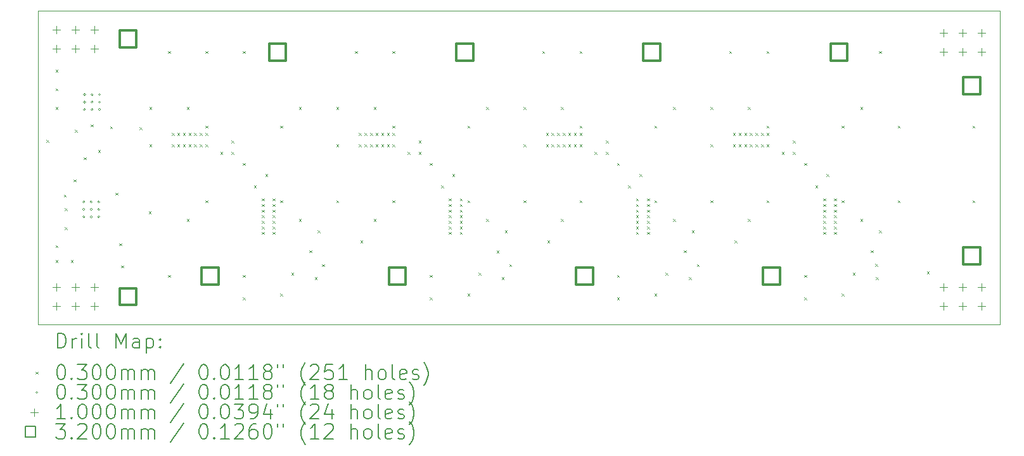
<source format=gbr>
%TF.GenerationSoftware,KiCad,Pcbnew,8.0.7-8.0.7-0~ubuntu22.04.1*%
%TF.CreationDate,2025-03-20T12:44:07-04:00*%
%TF.ProjectId,trigger,74726967-6765-4722-9e6b-696361645f70,rev?*%
%TF.SameCoordinates,Original*%
%TF.FileFunction,Drillmap*%
%TF.FilePolarity,Positive*%
%FSLAX45Y45*%
G04 Gerber Fmt 4.5, Leading zero omitted, Abs format (unit mm)*
G04 Created by KiCad (PCBNEW 8.0.7-8.0.7-0~ubuntu22.04.1) date 2025-03-20 12:44:07*
%MOMM*%
%LPD*%
G01*
G04 APERTURE LIST*
%ADD10C,0.050000*%
%ADD11C,0.200000*%
%ADD12C,0.100000*%
%ADD13C,0.320000*%
G04 APERTURE END LIST*
D10*
X7250000Y-7950000D02*
X20100000Y-7950000D01*
X20100000Y-12150000D01*
X7250000Y-12150000D01*
X7250000Y-7950000D01*
D11*
D12*
X7362500Y-9677500D02*
X7392500Y-9707500D01*
X7392500Y-9677500D02*
X7362500Y-9707500D01*
X7485000Y-8735000D02*
X7515000Y-8765000D01*
X7515000Y-8735000D02*
X7485000Y-8765000D01*
X7485000Y-8985000D02*
X7515000Y-9015000D01*
X7515000Y-8985000D02*
X7485000Y-9015000D01*
X7485000Y-9235000D02*
X7515000Y-9265000D01*
X7515000Y-9235000D02*
X7485000Y-9265000D01*
X7485000Y-11085000D02*
X7515000Y-11115000D01*
X7515000Y-11085000D02*
X7485000Y-11115000D01*
X7485000Y-11285000D02*
X7515000Y-11315000D01*
X7515000Y-11285000D02*
X7485000Y-11315000D01*
X7595000Y-10410000D02*
X7625000Y-10440000D01*
X7625000Y-10410000D02*
X7595000Y-10440000D01*
X7605000Y-10590000D02*
X7635000Y-10620000D01*
X7635000Y-10590000D02*
X7605000Y-10620000D01*
X7605000Y-10845000D02*
X7635000Y-10875000D01*
X7635000Y-10845000D02*
X7605000Y-10875000D01*
X7685000Y-11285000D02*
X7715000Y-11315000D01*
X7715000Y-11285000D02*
X7685000Y-11315000D01*
X7725000Y-10205000D02*
X7755000Y-10235000D01*
X7755000Y-10205000D02*
X7725000Y-10235000D01*
X7740000Y-9542500D02*
X7770000Y-9572500D01*
X7770000Y-9542500D02*
X7740000Y-9572500D01*
X7860000Y-9907500D02*
X7890000Y-9937500D01*
X7890000Y-9907500D02*
X7860000Y-9937500D01*
X7955000Y-9470000D02*
X7985000Y-9500000D01*
X7985000Y-9470000D02*
X7955000Y-9500000D01*
X8050000Y-9812500D02*
X8080000Y-9842500D01*
X8080000Y-9812500D02*
X8050000Y-9842500D01*
X8210000Y-9495000D02*
X8240000Y-9525000D01*
X8240000Y-9495000D02*
X8210000Y-9525000D01*
X8285000Y-10385000D02*
X8315000Y-10415000D01*
X8315000Y-10385000D02*
X8285000Y-10415000D01*
X8335000Y-11060000D02*
X8365000Y-11090000D01*
X8365000Y-11060000D02*
X8335000Y-11090000D01*
X8360000Y-11355000D02*
X8390000Y-11385000D01*
X8390000Y-11355000D02*
X8360000Y-11385000D01*
X8607500Y-9505000D02*
X8637500Y-9535000D01*
X8637500Y-9505000D02*
X8607500Y-9535000D01*
X8730000Y-10632500D02*
X8760000Y-10662500D01*
X8760000Y-10632500D02*
X8730000Y-10662500D01*
X8735000Y-9235000D02*
X8765000Y-9265000D01*
X8765000Y-9235000D02*
X8735000Y-9265000D01*
X8735000Y-9735000D02*
X8765000Y-9765000D01*
X8765000Y-9735000D02*
X8735000Y-9765000D01*
X8985000Y-8485000D02*
X9015000Y-8515000D01*
X9015000Y-8485000D02*
X8985000Y-8515000D01*
X8985000Y-11485000D02*
X9015000Y-11515000D01*
X9015000Y-11485000D02*
X8985000Y-11515000D01*
X9035000Y-9585000D02*
X9065000Y-9615000D01*
X9065000Y-9585000D02*
X9035000Y-9615000D01*
X9035000Y-9735000D02*
X9065000Y-9765000D01*
X9065000Y-9735000D02*
X9035000Y-9765000D01*
X9110000Y-9585000D02*
X9140000Y-9615000D01*
X9140000Y-9585000D02*
X9110000Y-9615000D01*
X9110000Y-9735000D02*
X9140000Y-9765000D01*
X9140000Y-9735000D02*
X9110000Y-9765000D01*
X9185000Y-9585000D02*
X9215000Y-9615000D01*
X9215000Y-9585000D02*
X9185000Y-9615000D01*
X9185000Y-9735000D02*
X9215000Y-9765000D01*
X9215000Y-9735000D02*
X9185000Y-9765000D01*
X9235000Y-9235000D02*
X9265000Y-9265000D01*
X9265000Y-9235000D02*
X9235000Y-9265000D01*
X9235000Y-10735000D02*
X9265000Y-10765000D01*
X9265000Y-10735000D02*
X9235000Y-10765000D01*
X9260000Y-9585000D02*
X9290000Y-9615000D01*
X9290000Y-9585000D02*
X9260000Y-9615000D01*
X9260000Y-9735000D02*
X9290000Y-9765000D01*
X9290000Y-9735000D02*
X9260000Y-9765000D01*
X9335000Y-9585000D02*
X9365000Y-9615000D01*
X9365000Y-9585000D02*
X9335000Y-9615000D01*
X9335000Y-9735000D02*
X9365000Y-9765000D01*
X9365000Y-9735000D02*
X9335000Y-9765000D01*
X9410000Y-9585000D02*
X9440000Y-9615000D01*
X9440000Y-9585000D02*
X9410000Y-9615000D01*
X9410000Y-9735000D02*
X9440000Y-9765000D01*
X9440000Y-9735000D02*
X9410000Y-9765000D01*
X9485000Y-8485000D02*
X9515000Y-8515000D01*
X9515000Y-8485000D02*
X9485000Y-8515000D01*
X9485000Y-9485000D02*
X9515000Y-9515000D01*
X9515000Y-9485000D02*
X9485000Y-9515000D01*
X9485000Y-9585000D02*
X9515000Y-9615000D01*
X9515000Y-9585000D02*
X9485000Y-9615000D01*
X9485000Y-9735000D02*
X9515000Y-9765000D01*
X9515000Y-9735000D02*
X9485000Y-9765000D01*
X9485000Y-10485000D02*
X9515000Y-10515000D01*
X9515000Y-10485000D02*
X9485000Y-10515000D01*
X9685000Y-9835000D02*
X9715000Y-9865000D01*
X9715000Y-9835000D02*
X9685000Y-9865000D01*
X9835000Y-9685000D02*
X9865000Y-9715000D01*
X9865000Y-9685000D02*
X9835000Y-9715000D01*
X9835000Y-9835000D02*
X9865000Y-9865000D01*
X9865000Y-9835000D02*
X9835000Y-9865000D01*
X9985000Y-8485000D02*
X10015000Y-8515000D01*
X10015000Y-8485000D02*
X9985000Y-8515000D01*
X9985000Y-9985000D02*
X10015000Y-10015000D01*
X10015000Y-9985000D02*
X9985000Y-10015000D01*
X9985000Y-11485000D02*
X10015000Y-11515000D01*
X10015000Y-11485000D02*
X9985000Y-11515000D01*
X9985000Y-11785000D02*
X10015000Y-11815000D01*
X10015000Y-11785000D02*
X9985000Y-11815000D01*
X10135000Y-10285000D02*
X10165000Y-10315000D01*
X10165000Y-10285000D02*
X10135000Y-10315000D01*
X10237500Y-10460000D02*
X10267500Y-10490000D01*
X10267500Y-10460000D02*
X10237500Y-10490000D01*
X10237500Y-10535000D02*
X10267500Y-10565000D01*
X10267500Y-10535000D02*
X10237500Y-10565000D01*
X10237500Y-10610000D02*
X10267500Y-10640000D01*
X10267500Y-10610000D02*
X10237500Y-10640000D01*
X10237500Y-10685000D02*
X10267500Y-10715000D01*
X10267500Y-10685000D02*
X10237500Y-10715000D01*
X10237500Y-10760000D02*
X10267500Y-10790000D01*
X10267500Y-10760000D02*
X10237500Y-10790000D01*
X10237500Y-10835000D02*
X10267500Y-10865000D01*
X10267500Y-10835000D02*
X10237500Y-10865000D01*
X10237500Y-10910000D02*
X10267500Y-10940000D01*
X10267500Y-10910000D02*
X10237500Y-10940000D01*
X10285000Y-10135000D02*
X10315000Y-10165000D01*
X10315000Y-10135000D02*
X10285000Y-10165000D01*
X10385000Y-10460000D02*
X10415000Y-10490000D01*
X10415000Y-10460000D02*
X10385000Y-10490000D01*
X10385000Y-10535000D02*
X10415000Y-10565000D01*
X10415000Y-10535000D02*
X10385000Y-10565000D01*
X10385000Y-10610000D02*
X10415000Y-10640000D01*
X10415000Y-10610000D02*
X10385000Y-10640000D01*
X10385000Y-10685000D02*
X10415000Y-10715000D01*
X10415000Y-10685000D02*
X10385000Y-10715000D01*
X10385000Y-10760000D02*
X10415000Y-10790000D01*
X10415000Y-10760000D02*
X10385000Y-10790000D01*
X10385000Y-10835000D02*
X10415000Y-10865000D01*
X10415000Y-10835000D02*
X10385000Y-10865000D01*
X10385000Y-10910000D02*
X10415000Y-10940000D01*
X10415000Y-10910000D02*
X10385000Y-10940000D01*
X10485000Y-9485000D02*
X10515000Y-9515000D01*
X10515000Y-9485000D02*
X10485000Y-9515000D01*
X10485000Y-10485000D02*
X10515000Y-10515000D01*
X10515000Y-10485000D02*
X10485000Y-10515000D01*
X10485000Y-11735000D02*
X10515000Y-11765000D01*
X10515000Y-11735000D02*
X10485000Y-11765000D01*
X10635000Y-11452300D02*
X10665000Y-11482300D01*
X10665000Y-11452300D02*
X10635000Y-11482300D01*
X10735000Y-9235000D02*
X10765000Y-9265000D01*
X10765000Y-9235000D02*
X10735000Y-9265000D01*
X10735000Y-10735000D02*
X10765000Y-10765000D01*
X10765000Y-10735000D02*
X10735000Y-10765000D01*
X10875000Y-11155000D02*
X10905000Y-11185000D01*
X10905000Y-11155000D02*
X10875000Y-11185000D01*
X10945000Y-11515000D02*
X10975000Y-11545000D01*
X10975000Y-11515000D02*
X10945000Y-11545000D01*
X10985000Y-10885000D02*
X11015000Y-10915000D01*
X11015000Y-10885000D02*
X10985000Y-10915000D01*
X11045000Y-11340000D02*
X11075000Y-11370000D01*
X11075000Y-11340000D02*
X11045000Y-11370000D01*
X11235000Y-9235000D02*
X11265000Y-9265000D01*
X11265000Y-9235000D02*
X11235000Y-9265000D01*
X11235000Y-9735000D02*
X11265000Y-9765000D01*
X11265000Y-9735000D02*
X11235000Y-9765000D01*
X11235000Y-10485000D02*
X11265000Y-10515000D01*
X11265000Y-10485000D02*
X11235000Y-10515000D01*
X11485000Y-8485000D02*
X11515000Y-8515000D01*
X11515000Y-8485000D02*
X11485000Y-8515000D01*
X11535000Y-9585000D02*
X11565000Y-9615000D01*
X11565000Y-9585000D02*
X11535000Y-9615000D01*
X11535000Y-9735000D02*
X11565000Y-9765000D01*
X11565000Y-9735000D02*
X11535000Y-9765000D01*
X11555000Y-11022300D02*
X11585000Y-11052300D01*
X11585000Y-11022300D02*
X11555000Y-11052300D01*
X11610000Y-9585000D02*
X11640000Y-9615000D01*
X11640000Y-9585000D02*
X11610000Y-9615000D01*
X11610000Y-9735000D02*
X11640000Y-9765000D01*
X11640000Y-9735000D02*
X11610000Y-9765000D01*
X11685000Y-9585000D02*
X11715000Y-9615000D01*
X11715000Y-9585000D02*
X11685000Y-9615000D01*
X11685000Y-9735000D02*
X11715000Y-9765000D01*
X11715000Y-9735000D02*
X11685000Y-9765000D01*
X11735000Y-9235000D02*
X11765000Y-9265000D01*
X11765000Y-9235000D02*
X11735000Y-9265000D01*
X11735000Y-10735000D02*
X11765000Y-10765000D01*
X11765000Y-10735000D02*
X11735000Y-10765000D01*
X11760000Y-9585000D02*
X11790000Y-9615000D01*
X11790000Y-9585000D02*
X11760000Y-9615000D01*
X11760000Y-9735000D02*
X11790000Y-9765000D01*
X11790000Y-9735000D02*
X11760000Y-9765000D01*
X11835000Y-9585000D02*
X11865000Y-9615000D01*
X11865000Y-9585000D02*
X11835000Y-9615000D01*
X11835000Y-9735000D02*
X11865000Y-9765000D01*
X11865000Y-9735000D02*
X11835000Y-9765000D01*
X11910000Y-9585000D02*
X11940000Y-9615000D01*
X11940000Y-9585000D02*
X11910000Y-9615000D01*
X11910000Y-9735000D02*
X11940000Y-9765000D01*
X11940000Y-9735000D02*
X11910000Y-9765000D01*
X11985000Y-8485000D02*
X12015000Y-8515000D01*
X12015000Y-8485000D02*
X11985000Y-8515000D01*
X11985000Y-9485000D02*
X12015000Y-9515000D01*
X12015000Y-9485000D02*
X11985000Y-9515000D01*
X11985000Y-9585000D02*
X12015000Y-9615000D01*
X12015000Y-9585000D02*
X11985000Y-9615000D01*
X11985000Y-9735000D02*
X12015000Y-9765000D01*
X12015000Y-9735000D02*
X11985000Y-9765000D01*
X11985000Y-10485000D02*
X12015000Y-10515000D01*
X12015000Y-10485000D02*
X11985000Y-10515000D01*
X12185000Y-9835000D02*
X12215000Y-9865000D01*
X12215000Y-9835000D02*
X12185000Y-9865000D01*
X12335000Y-9685000D02*
X12365000Y-9715000D01*
X12365000Y-9685000D02*
X12335000Y-9715000D01*
X12335000Y-9835000D02*
X12365000Y-9865000D01*
X12365000Y-9835000D02*
X12335000Y-9865000D01*
X12485000Y-9985000D02*
X12515000Y-10015000D01*
X12515000Y-9985000D02*
X12485000Y-10015000D01*
X12485000Y-11485000D02*
X12515000Y-11515000D01*
X12515000Y-11485000D02*
X12485000Y-11515000D01*
X12485000Y-11785000D02*
X12515000Y-11815000D01*
X12515000Y-11785000D02*
X12485000Y-11815000D01*
X12635000Y-10285000D02*
X12665000Y-10315000D01*
X12665000Y-10285000D02*
X12635000Y-10315000D01*
X12737500Y-10460000D02*
X12767500Y-10490000D01*
X12767500Y-10460000D02*
X12737500Y-10490000D01*
X12737500Y-10535000D02*
X12767500Y-10565000D01*
X12767500Y-10535000D02*
X12737500Y-10565000D01*
X12737500Y-10610000D02*
X12767500Y-10640000D01*
X12767500Y-10610000D02*
X12737500Y-10640000D01*
X12737500Y-10685000D02*
X12767500Y-10715000D01*
X12767500Y-10685000D02*
X12737500Y-10715000D01*
X12737500Y-10760000D02*
X12767500Y-10790000D01*
X12767500Y-10760000D02*
X12737500Y-10790000D01*
X12737500Y-10835000D02*
X12767500Y-10865000D01*
X12767500Y-10835000D02*
X12737500Y-10865000D01*
X12737500Y-10910000D02*
X12767500Y-10940000D01*
X12767500Y-10910000D02*
X12737500Y-10940000D01*
X12785000Y-10135000D02*
X12815000Y-10165000D01*
X12815000Y-10135000D02*
X12785000Y-10165000D01*
X12885000Y-10460000D02*
X12915000Y-10490000D01*
X12915000Y-10460000D02*
X12885000Y-10490000D01*
X12885000Y-10535000D02*
X12915000Y-10565000D01*
X12915000Y-10535000D02*
X12885000Y-10565000D01*
X12885000Y-10610000D02*
X12915000Y-10640000D01*
X12915000Y-10610000D02*
X12885000Y-10640000D01*
X12885000Y-10685000D02*
X12915000Y-10715000D01*
X12915000Y-10685000D02*
X12885000Y-10715000D01*
X12885000Y-10760000D02*
X12915000Y-10790000D01*
X12915000Y-10760000D02*
X12885000Y-10790000D01*
X12885000Y-10835000D02*
X12915000Y-10865000D01*
X12915000Y-10835000D02*
X12885000Y-10865000D01*
X12885000Y-10910000D02*
X12915000Y-10940000D01*
X12915000Y-10910000D02*
X12885000Y-10940000D01*
X12985000Y-9485000D02*
X13015000Y-9515000D01*
X13015000Y-9485000D02*
X12985000Y-9515000D01*
X12985000Y-10485000D02*
X13015000Y-10515000D01*
X13015000Y-10485000D02*
X12985000Y-10515000D01*
X12985000Y-11735000D02*
X13015000Y-11765000D01*
X13015000Y-11735000D02*
X12985000Y-11765000D01*
X13135000Y-11452300D02*
X13165000Y-11482300D01*
X13165000Y-11452300D02*
X13135000Y-11482300D01*
X13235000Y-9235000D02*
X13265000Y-9265000D01*
X13265000Y-9235000D02*
X13235000Y-9265000D01*
X13235000Y-10735000D02*
X13265000Y-10765000D01*
X13265000Y-10735000D02*
X13235000Y-10765000D01*
X13375000Y-11157500D02*
X13405000Y-11187500D01*
X13405000Y-11157500D02*
X13375000Y-11187500D01*
X13445000Y-11515000D02*
X13475000Y-11545000D01*
X13475000Y-11515000D02*
X13445000Y-11545000D01*
X13485000Y-10885000D02*
X13515000Y-10915000D01*
X13515000Y-10885000D02*
X13485000Y-10915000D01*
X13545000Y-11340000D02*
X13575000Y-11370000D01*
X13575000Y-11340000D02*
X13545000Y-11370000D01*
X13735000Y-9235000D02*
X13765000Y-9265000D01*
X13765000Y-9235000D02*
X13735000Y-9265000D01*
X13735000Y-9735000D02*
X13765000Y-9765000D01*
X13765000Y-9735000D02*
X13735000Y-9765000D01*
X13735000Y-10485000D02*
X13765000Y-10515000D01*
X13765000Y-10485000D02*
X13735000Y-10515000D01*
X13985000Y-8485000D02*
X14015000Y-8515000D01*
X14015000Y-8485000D02*
X13985000Y-8515000D01*
X14035000Y-9585000D02*
X14065000Y-9615000D01*
X14065000Y-9585000D02*
X14035000Y-9615000D01*
X14035000Y-9735000D02*
X14065000Y-9765000D01*
X14065000Y-9735000D02*
X14035000Y-9765000D01*
X14055000Y-11022300D02*
X14085000Y-11052300D01*
X14085000Y-11022300D02*
X14055000Y-11052300D01*
X14110000Y-9585000D02*
X14140000Y-9615000D01*
X14140000Y-9585000D02*
X14110000Y-9615000D01*
X14110000Y-9735000D02*
X14140000Y-9765000D01*
X14140000Y-9735000D02*
X14110000Y-9765000D01*
X14185000Y-9585000D02*
X14215000Y-9615000D01*
X14215000Y-9585000D02*
X14185000Y-9615000D01*
X14185000Y-9735000D02*
X14215000Y-9765000D01*
X14215000Y-9735000D02*
X14185000Y-9765000D01*
X14235000Y-9235000D02*
X14265000Y-9265000D01*
X14265000Y-9235000D02*
X14235000Y-9265000D01*
X14235000Y-10735000D02*
X14265000Y-10765000D01*
X14265000Y-10735000D02*
X14235000Y-10765000D01*
X14260000Y-9585000D02*
X14290000Y-9615000D01*
X14290000Y-9585000D02*
X14260000Y-9615000D01*
X14260000Y-9735000D02*
X14290000Y-9765000D01*
X14290000Y-9735000D02*
X14260000Y-9765000D01*
X14335000Y-9585000D02*
X14365000Y-9615000D01*
X14365000Y-9585000D02*
X14335000Y-9615000D01*
X14335000Y-9735000D02*
X14365000Y-9765000D01*
X14365000Y-9735000D02*
X14335000Y-9765000D01*
X14410000Y-9585000D02*
X14440000Y-9615000D01*
X14440000Y-9585000D02*
X14410000Y-9615000D01*
X14410000Y-9735000D02*
X14440000Y-9765000D01*
X14440000Y-9735000D02*
X14410000Y-9765000D01*
X14485000Y-8485000D02*
X14515000Y-8515000D01*
X14515000Y-8485000D02*
X14485000Y-8515000D01*
X14485000Y-9485000D02*
X14515000Y-9515000D01*
X14515000Y-9485000D02*
X14485000Y-9515000D01*
X14485000Y-9585000D02*
X14515000Y-9615000D01*
X14515000Y-9585000D02*
X14485000Y-9615000D01*
X14485000Y-9735000D02*
X14515000Y-9765000D01*
X14515000Y-9735000D02*
X14485000Y-9765000D01*
X14485000Y-10485000D02*
X14515000Y-10515000D01*
X14515000Y-10485000D02*
X14485000Y-10515000D01*
X14685000Y-9835000D02*
X14715000Y-9865000D01*
X14715000Y-9835000D02*
X14685000Y-9865000D01*
X14835000Y-9685000D02*
X14865000Y-9715000D01*
X14865000Y-9685000D02*
X14835000Y-9715000D01*
X14835000Y-9835000D02*
X14865000Y-9865000D01*
X14865000Y-9835000D02*
X14835000Y-9865000D01*
X14985000Y-9985000D02*
X15015000Y-10015000D01*
X15015000Y-9985000D02*
X14985000Y-10015000D01*
X14985000Y-11485000D02*
X15015000Y-11515000D01*
X15015000Y-11485000D02*
X14985000Y-11515000D01*
X14985000Y-11785000D02*
X15015000Y-11815000D01*
X15015000Y-11785000D02*
X14985000Y-11815000D01*
X15135000Y-10285000D02*
X15165000Y-10315000D01*
X15165000Y-10285000D02*
X15135000Y-10315000D01*
X15240000Y-10460000D02*
X15270000Y-10490000D01*
X15270000Y-10460000D02*
X15240000Y-10490000D01*
X15240000Y-10535000D02*
X15270000Y-10565000D01*
X15270000Y-10535000D02*
X15240000Y-10565000D01*
X15240000Y-10610000D02*
X15270000Y-10640000D01*
X15270000Y-10610000D02*
X15240000Y-10640000D01*
X15240000Y-10685000D02*
X15270000Y-10715000D01*
X15270000Y-10685000D02*
X15240000Y-10715000D01*
X15240000Y-10760000D02*
X15270000Y-10790000D01*
X15270000Y-10760000D02*
X15240000Y-10790000D01*
X15240000Y-10835000D02*
X15270000Y-10865000D01*
X15270000Y-10835000D02*
X15240000Y-10865000D01*
X15240000Y-10910000D02*
X15270000Y-10940000D01*
X15270000Y-10910000D02*
X15240000Y-10940000D01*
X15285000Y-10135000D02*
X15315000Y-10165000D01*
X15315000Y-10135000D02*
X15285000Y-10165000D01*
X15385000Y-10460000D02*
X15415000Y-10490000D01*
X15415000Y-10460000D02*
X15385000Y-10490000D01*
X15385000Y-10535000D02*
X15415000Y-10565000D01*
X15415000Y-10535000D02*
X15385000Y-10565000D01*
X15385000Y-10610000D02*
X15415000Y-10640000D01*
X15415000Y-10610000D02*
X15385000Y-10640000D01*
X15385000Y-10685000D02*
X15415000Y-10715000D01*
X15415000Y-10685000D02*
X15385000Y-10715000D01*
X15385000Y-10760000D02*
X15415000Y-10790000D01*
X15415000Y-10760000D02*
X15385000Y-10790000D01*
X15385000Y-10835000D02*
X15415000Y-10865000D01*
X15415000Y-10835000D02*
X15385000Y-10865000D01*
X15385000Y-10910000D02*
X15415000Y-10940000D01*
X15415000Y-10910000D02*
X15385000Y-10940000D01*
X15485000Y-9485000D02*
X15515000Y-9515000D01*
X15515000Y-9485000D02*
X15485000Y-9515000D01*
X15485000Y-10485000D02*
X15515000Y-10515000D01*
X15515000Y-10485000D02*
X15485000Y-10515000D01*
X15485000Y-11735000D02*
X15515000Y-11765000D01*
X15515000Y-11735000D02*
X15485000Y-11765000D01*
X15635000Y-11452300D02*
X15665000Y-11482300D01*
X15665000Y-11452300D02*
X15635000Y-11482300D01*
X15735000Y-9235000D02*
X15765000Y-9265000D01*
X15765000Y-9235000D02*
X15735000Y-9265000D01*
X15735000Y-10735000D02*
X15765000Y-10765000D01*
X15765000Y-10735000D02*
X15735000Y-10765000D01*
X15880000Y-11152500D02*
X15910000Y-11182500D01*
X15910000Y-11152500D02*
X15880000Y-11182500D01*
X15945000Y-11515000D02*
X15975000Y-11545000D01*
X15975000Y-11515000D02*
X15945000Y-11545000D01*
X15985000Y-10885000D02*
X16015000Y-10915000D01*
X16015000Y-10885000D02*
X15985000Y-10915000D01*
X16050000Y-11340000D02*
X16080000Y-11370000D01*
X16080000Y-11340000D02*
X16050000Y-11370000D01*
X16235000Y-9235000D02*
X16265000Y-9265000D01*
X16265000Y-9235000D02*
X16235000Y-9265000D01*
X16235000Y-9735000D02*
X16265000Y-9765000D01*
X16265000Y-9735000D02*
X16235000Y-9765000D01*
X16235000Y-10485000D02*
X16265000Y-10515000D01*
X16265000Y-10485000D02*
X16235000Y-10515000D01*
X16485000Y-8485000D02*
X16515000Y-8515000D01*
X16515000Y-8485000D02*
X16485000Y-8515000D01*
X16535000Y-9585000D02*
X16565000Y-9615000D01*
X16565000Y-9585000D02*
X16535000Y-9615000D01*
X16535000Y-9735000D02*
X16565000Y-9765000D01*
X16565000Y-9735000D02*
X16535000Y-9765000D01*
X16555000Y-11024200D02*
X16585000Y-11054200D01*
X16585000Y-11024200D02*
X16555000Y-11054200D01*
X16610000Y-9585000D02*
X16640000Y-9615000D01*
X16640000Y-9585000D02*
X16610000Y-9615000D01*
X16610000Y-9735000D02*
X16640000Y-9765000D01*
X16640000Y-9735000D02*
X16610000Y-9765000D01*
X16685000Y-9585000D02*
X16715000Y-9615000D01*
X16715000Y-9585000D02*
X16685000Y-9615000D01*
X16685000Y-9735000D02*
X16715000Y-9765000D01*
X16715000Y-9735000D02*
X16685000Y-9765000D01*
X16735000Y-9235000D02*
X16765000Y-9265000D01*
X16765000Y-9235000D02*
X16735000Y-9265000D01*
X16735000Y-10735000D02*
X16765000Y-10765000D01*
X16765000Y-10735000D02*
X16735000Y-10765000D01*
X16760000Y-9585000D02*
X16790000Y-9615000D01*
X16790000Y-9585000D02*
X16760000Y-9615000D01*
X16760000Y-9735000D02*
X16790000Y-9765000D01*
X16790000Y-9735000D02*
X16760000Y-9765000D01*
X16835000Y-9585000D02*
X16865000Y-9615000D01*
X16865000Y-9585000D02*
X16835000Y-9615000D01*
X16835000Y-9735000D02*
X16865000Y-9765000D01*
X16865000Y-9735000D02*
X16835000Y-9765000D01*
X16910000Y-9585000D02*
X16940000Y-9615000D01*
X16940000Y-9585000D02*
X16910000Y-9615000D01*
X16910000Y-9735000D02*
X16940000Y-9765000D01*
X16940000Y-9735000D02*
X16910000Y-9765000D01*
X16985000Y-8485000D02*
X17015000Y-8515000D01*
X17015000Y-8485000D02*
X16985000Y-8515000D01*
X16985000Y-9485000D02*
X17015000Y-9515000D01*
X17015000Y-9485000D02*
X16985000Y-9515000D01*
X16985000Y-9585000D02*
X17015000Y-9615000D01*
X17015000Y-9585000D02*
X16985000Y-9615000D01*
X16985000Y-9735000D02*
X17015000Y-9765000D01*
X17015000Y-9735000D02*
X16985000Y-9765000D01*
X16985000Y-10485000D02*
X17015000Y-10515000D01*
X17015000Y-10485000D02*
X16985000Y-10515000D01*
X17185000Y-9835000D02*
X17215000Y-9865000D01*
X17215000Y-9835000D02*
X17185000Y-9865000D01*
X17335000Y-9685000D02*
X17365000Y-9715000D01*
X17365000Y-9685000D02*
X17335000Y-9715000D01*
X17335000Y-9835000D02*
X17365000Y-9865000D01*
X17365000Y-9835000D02*
X17335000Y-9865000D01*
X17485000Y-9985000D02*
X17515000Y-10015000D01*
X17515000Y-9985000D02*
X17485000Y-10015000D01*
X17485000Y-11485000D02*
X17515000Y-11515000D01*
X17515000Y-11485000D02*
X17485000Y-11515000D01*
X17485000Y-11785000D02*
X17515000Y-11815000D01*
X17515000Y-11785000D02*
X17485000Y-11815000D01*
X17635000Y-10285000D02*
X17665000Y-10315000D01*
X17665000Y-10285000D02*
X17635000Y-10315000D01*
X17740000Y-10460000D02*
X17770000Y-10490000D01*
X17770000Y-10460000D02*
X17740000Y-10490000D01*
X17740000Y-10535000D02*
X17770000Y-10565000D01*
X17770000Y-10535000D02*
X17740000Y-10565000D01*
X17740000Y-10610000D02*
X17770000Y-10640000D01*
X17770000Y-10610000D02*
X17740000Y-10640000D01*
X17740000Y-10685000D02*
X17770000Y-10715000D01*
X17770000Y-10685000D02*
X17740000Y-10715000D01*
X17740000Y-10760000D02*
X17770000Y-10790000D01*
X17770000Y-10760000D02*
X17740000Y-10790000D01*
X17740000Y-10835000D02*
X17770000Y-10865000D01*
X17770000Y-10835000D02*
X17740000Y-10865000D01*
X17740000Y-10910000D02*
X17770000Y-10940000D01*
X17770000Y-10910000D02*
X17740000Y-10940000D01*
X17785000Y-10135000D02*
X17815000Y-10165000D01*
X17815000Y-10135000D02*
X17785000Y-10165000D01*
X17885000Y-10460000D02*
X17915000Y-10490000D01*
X17915000Y-10460000D02*
X17885000Y-10490000D01*
X17885000Y-10535000D02*
X17915000Y-10565000D01*
X17915000Y-10535000D02*
X17885000Y-10565000D01*
X17885000Y-10610000D02*
X17915000Y-10640000D01*
X17915000Y-10610000D02*
X17885000Y-10640000D01*
X17885000Y-10685000D02*
X17915000Y-10715000D01*
X17915000Y-10685000D02*
X17885000Y-10715000D01*
X17885000Y-10760000D02*
X17915000Y-10790000D01*
X17915000Y-10760000D02*
X17885000Y-10790000D01*
X17885000Y-10835000D02*
X17915000Y-10865000D01*
X17915000Y-10835000D02*
X17885000Y-10865000D01*
X17885000Y-10910000D02*
X17915000Y-10940000D01*
X17915000Y-10910000D02*
X17885000Y-10940000D01*
X17985000Y-9485000D02*
X18015000Y-9515000D01*
X18015000Y-9485000D02*
X17985000Y-9515000D01*
X17985000Y-10485000D02*
X18015000Y-10515000D01*
X18015000Y-10485000D02*
X17985000Y-10515000D01*
X17985000Y-11735000D02*
X18015000Y-11765000D01*
X18015000Y-11735000D02*
X17985000Y-11765000D01*
X18135000Y-11452300D02*
X18165000Y-11482300D01*
X18165000Y-11452300D02*
X18135000Y-11482300D01*
X18235000Y-9235000D02*
X18265000Y-9265000D01*
X18265000Y-9235000D02*
X18235000Y-9265000D01*
X18235000Y-10735000D02*
X18265000Y-10765000D01*
X18265000Y-10735000D02*
X18235000Y-10765000D01*
X18375000Y-11155000D02*
X18405000Y-11185000D01*
X18405000Y-11155000D02*
X18375000Y-11185000D01*
X18435000Y-11335000D02*
X18465000Y-11365000D01*
X18465000Y-11335000D02*
X18435000Y-11365000D01*
X18445000Y-11515000D02*
X18475000Y-11545000D01*
X18475000Y-11515000D02*
X18445000Y-11545000D01*
X18485000Y-8485000D02*
X18515000Y-8515000D01*
X18515000Y-8485000D02*
X18485000Y-8515000D01*
X18485000Y-10885000D02*
X18515000Y-10915000D01*
X18515000Y-10885000D02*
X18485000Y-10915000D01*
X18735000Y-9485000D02*
X18765000Y-9515000D01*
X18765000Y-9485000D02*
X18735000Y-9515000D01*
X18735000Y-10485000D02*
X18765000Y-10515000D01*
X18765000Y-10485000D02*
X18735000Y-10515000D01*
X19125000Y-11439500D02*
X19155000Y-11469500D01*
X19155000Y-11439500D02*
X19125000Y-11469500D01*
X19735000Y-9485000D02*
X19765000Y-9515000D01*
X19765000Y-9485000D02*
X19735000Y-9515000D01*
X19735000Y-10485000D02*
X19765000Y-10515000D01*
X19765000Y-10485000D02*
X19735000Y-10515000D01*
X7875000Y-10506250D02*
G75*
G02*
X7845000Y-10506250I-15000J0D01*
G01*
X7845000Y-10506250D02*
G75*
G02*
X7875000Y-10506250I15000J0D01*
G01*
X7875000Y-10606250D02*
G75*
G02*
X7845000Y-10606250I-15000J0D01*
G01*
X7845000Y-10606250D02*
G75*
G02*
X7875000Y-10606250I15000J0D01*
G01*
X7875000Y-10706250D02*
G75*
G02*
X7845000Y-10706250I-15000J0D01*
G01*
X7845000Y-10706250D02*
G75*
G02*
X7875000Y-10706250I15000J0D01*
G01*
X7885000Y-9070000D02*
G75*
G02*
X7855000Y-9070000I-15000J0D01*
G01*
X7855000Y-9070000D02*
G75*
G02*
X7885000Y-9070000I15000J0D01*
G01*
X7885000Y-9170000D02*
G75*
G02*
X7855000Y-9170000I-15000J0D01*
G01*
X7855000Y-9170000D02*
G75*
G02*
X7885000Y-9170000I15000J0D01*
G01*
X7885000Y-9270000D02*
G75*
G02*
X7855000Y-9270000I-15000J0D01*
G01*
X7855000Y-9270000D02*
G75*
G02*
X7885000Y-9270000I15000J0D01*
G01*
X7975000Y-10506250D02*
G75*
G02*
X7945000Y-10506250I-15000J0D01*
G01*
X7945000Y-10506250D02*
G75*
G02*
X7975000Y-10506250I15000J0D01*
G01*
X7975000Y-10606250D02*
G75*
G02*
X7945000Y-10606250I-15000J0D01*
G01*
X7945000Y-10606250D02*
G75*
G02*
X7975000Y-10606250I15000J0D01*
G01*
X7975000Y-10706250D02*
G75*
G02*
X7945000Y-10706250I-15000J0D01*
G01*
X7945000Y-10706250D02*
G75*
G02*
X7975000Y-10706250I15000J0D01*
G01*
X7985000Y-9070000D02*
G75*
G02*
X7955000Y-9070000I-15000J0D01*
G01*
X7955000Y-9070000D02*
G75*
G02*
X7985000Y-9070000I15000J0D01*
G01*
X7985000Y-9170000D02*
G75*
G02*
X7955000Y-9170000I-15000J0D01*
G01*
X7955000Y-9170000D02*
G75*
G02*
X7985000Y-9170000I15000J0D01*
G01*
X7985000Y-9270000D02*
G75*
G02*
X7955000Y-9270000I-15000J0D01*
G01*
X7955000Y-9270000D02*
G75*
G02*
X7985000Y-9270000I15000J0D01*
G01*
X8075000Y-10506250D02*
G75*
G02*
X8045000Y-10506250I-15000J0D01*
G01*
X8045000Y-10506250D02*
G75*
G02*
X8075000Y-10506250I15000J0D01*
G01*
X8075000Y-10606250D02*
G75*
G02*
X8045000Y-10606250I-15000J0D01*
G01*
X8045000Y-10606250D02*
G75*
G02*
X8075000Y-10606250I15000J0D01*
G01*
X8075000Y-10706250D02*
G75*
G02*
X8045000Y-10706250I-15000J0D01*
G01*
X8045000Y-10706250D02*
G75*
G02*
X8075000Y-10706250I15000J0D01*
G01*
X8085000Y-9070000D02*
G75*
G02*
X8055000Y-9070000I-15000J0D01*
G01*
X8055000Y-9070000D02*
G75*
G02*
X8085000Y-9070000I15000J0D01*
G01*
X8085000Y-9170000D02*
G75*
G02*
X8055000Y-9170000I-15000J0D01*
G01*
X8055000Y-9170000D02*
G75*
G02*
X8085000Y-9170000I15000J0D01*
G01*
X8085000Y-9270000D02*
G75*
G02*
X8055000Y-9270000I-15000J0D01*
G01*
X8055000Y-9270000D02*
G75*
G02*
X8085000Y-9270000I15000J0D01*
G01*
X7492000Y-8150000D02*
X7492000Y-8250000D01*
X7442000Y-8200000D02*
X7542000Y-8200000D01*
X7492000Y-8404000D02*
X7492000Y-8504000D01*
X7442000Y-8454000D02*
X7542000Y-8454000D01*
X7492000Y-11596000D02*
X7492000Y-11696000D01*
X7442000Y-11646000D02*
X7542000Y-11646000D01*
X7492000Y-11850000D02*
X7492000Y-11950000D01*
X7442000Y-11900000D02*
X7542000Y-11900000D01*
X7746000Y-8150000D02*
X7746000Y-8250000D01*
X7696000Y-8200000D02*
X7796000Y-8200000D01*
X7746000Y-8404000D02*
X7746000Y-8504000D01*
X7696000Y-8454000D02*
X7796000Y-8454000D01*
X7746000Y-11596000D02*
X7746000Y-11696000D01*
X7696000Y-11646000D02*
X7796000Y-11646000D01*
X7746000Y-11850000D02*
X7746000Y-11950000D01*
X7696000Y-11900000D02*
X7796000Y-11900000D01*
X8000000Y-8150000D02*
X8000000Y-8250000D01*
X7950000Y-8200000D02*
X8050000Y-8200000D01*
X8000000Y-8404000D02*
X8000000Y-8504000D01*
X7950000Y-8454000D02*
X8050000Y-8454000D01*
X8000000Y-11596000D02*
X8000000Y-11696000D01*
X7950000Y-11646000D02*
X8050000Y-11646000D01*
X8000000Y-11850000D02*
X8000000Y-11950000D01*
X7950000Y-11900000D02*
X8050000Y-11900000D01*
X19346000Y-8196000D02*
X19346000Y-8296000D01*
X19296000Y-8246000D02*
X19396000Y-8246000D01*
X19346000Y-8450000D02*
X19346000Y-8550000D01*
X19296000Y-8500000D02*
X19396000Y-8500000D01*
X19346000Y-11596000D02*
X19346000Y-11696000D01*
X19296000Y-11646000D02*
X19396000Y-11646000D01*
X19346000Y-11850000D02*
X19346000Y-11950000D01*
X19296000Y-11900000D02*
X19396000Y-11900000D01*
X19600000Y-8196000D02*
X19600000Y-8296000D01*
X19550000Y-8246000D02*
X19650000Y-8246000D01*
X19600000Y-8450000D02*
X19600000Y-8550000D01*
X19550000Y-8500000D02*
X19650000Y-8500000D01*
X19600000Y-11596000D02*
X19600000Y-11696000D01*
X19550000Y-11646000D02*
X19650000Y-11646000D01*
X19600000Y-11850000D02*
X19600000Y-11950000D01*
X19550000Y-11900000D02*
X19650000Y-11900000D01*
X19854000Y-8196000D02*
X19854000Y-8296000D01*
X19804000Y-8246000D02*
X19904000Y-8246000D01*
X19854000Y-8450000D02*
X19854000Y-8550000D01*
X19804000Y-8500000D02*
X19904000Y-8500000D01*
X19854000Y-11596000D02*
X19854000Y-11696000D01*
X19804000Y-11646000D02*
X19904000Y-11646000D01*
X19854000Y-11850000D02*
X19854000Y-11950000D01*
X19804000Y-11900000D02*
X19904000Y-11900000D01*
D13*
X8563138Y-8438138D02*
X8563138Y-8211862D01*
X8336862Y-8211862D01*
X8336862Y-8438138D01*
X8563138Y-8438138D01*
X8563138Y-11888138D02*
X8563138Y-11661862D01*
X8336862Y-11661862D01*
X8336862Y-11888138D01*
X8563138Y-11888138D01*
X9663138Y-11613138D02*
X9663138Y-11386862D01*
X9436862Y-11386862D01*
X9436862Y-11613138D01*
X9663138Y-11613138D01*
X10563138Y-8613138D02*
X10563138Y-8386862D01*
X10336862Y-8386862D01*
X10336862Y-8613138D01*
X10563138Y-8613138D01*
X12163138Y-11613138D02*
X12163138Y-11386862D01*
X11936862Y-11386862D01*
X11936862Y-11613138D01*
X12163138Y-11613138D01*
X13063138Y-8613138D02*
X13063138Y-8386862D01*
X12836862Y-8386862D01*
X12836862Y-8613138D01*
X13063138Y-8613138D01*
X14663138Y-11613138D02*
X14663138Y-11386862D01*
X14436862Y-11386862D01*
X14436862Y-11613138D01*
X14663138Y-11613138D01*
X15563138Y-8613138D02*
X15563138Y-8386862D01*
X15336862Y-8386862D01*
X15336862Y-8613138D01*
X15563138Y-8613138D01*
X17163138Y-11613138D02*
X17163138Y-11386862D01*
X16936862Y-11386862D01*
X16936862Y-11613138D01*
X17163138Y-11613138D01*
X18063138Y-8613138D02*
X18063138Y-8386862D01*
X17836862Y-8386862D01*
X17836862Y-8613138D01*
X18063138Y-8613138D01*
X19838138Y-9063138D02*
X19838138Y-8836862D01*
X19611862Y-8836862D01*
X19611862Y-9063138D01*
X19838138Y-9063138D01*
X19838138Y-11338138D02*
X19838138Y-11111862D01*
X19611862Y-11111862D01*
X19611862Y-11338138D01*
X19838138Y-11338138D01*
D11*
X7508277Y-12463984D02*
X7508277Y-12263984D01*
X7508277Y-12263984D02*
X7555896Y-12263984D01*
X7555896Y-12263984D02*
X7584467Y-12273508D01*
X7584467Y-12273508D02*
X7603515Y-12292555D01*
X7603515Y-12292555D02*
X7613039Y-12311603D01*
X7613039Y-12311603D02*
X7622562Y-12349698D01*
X7622562Y-12349698D02*
X7622562Y-12378269D01*
X7622562Y-12378269D02*
X7613039Y-12416365D01*
X7613039Y-12416365D02*
X7603515Y-12435412D01*
X7603515Y-12435412D02*
X7584467Y-12454460D01*
X7584467Y-12454460D02*
X7555896Y-12463984D01*
X7555896Y-12463984D02*
X7508277Y-12463984D01*
X7708277Y-12463984D02*
X7708277Y-12330650D01*
X7708277Y-12368746D02*
X7717801Y-12349698D01*
X7717801Y-12349698D02*
X7727324Y-12340174D01*
X7727324Y-12340174D02*
X7746372Y-12330650D01*
X7746372Y-12330650D02*
X7765420Y-12330650D01*
X7832086Y-12463984D02*
X7832086Y-12330650D01*
X7832086Y-12263984D02*
X7822562Y-12273508D01*
X7822562Y-12273508D02*
X7832086Y-12283031D01*
X7832086Y-12283031D02*
X7841610Y-12273508D01*
X7841610Y-12273508D02*
X7832086Y-12263984D01*
X7832086Y-12263984D02*
X7832086Y-12283031D01*
X7955896Y-12463984D02*
X7936848Y-12454460D01*
X7936848Y-12454460D02*
X7927324Y-12435412D01*
X7927324Y-12435412D02*
X7927324Y-12263984D01*
X8060658Y-12463984D02*
X8041610Y-12454460D01*
X8041610Y-12454460D02*
X8032086Y-12435412D01*
X8032086Y-12435412D02*
X8032086Y-12263984D01*
X8289229Y-12463984D02*
X8289229Y-12263984D01*
X8289229Y-12263984D02*
X8355896Y-12406841D01*
X8355896Y-12406841D02*
X8422563Y-12263984D01*
X8422563Y-12263984D02*
X8422563Y-12463984D01*
X8603515Y-12463984D02*
X8603515Y-12359222D01*
X8603515Y-12359222D02*
X8593991Y-12340174D01*
X8593991Y-12340174D02*
X8574944Y-12330650D01*
X8574944Y-12330650D02*
X8536848Y-12330650D01*
X8536848Y-12330650D02*
X8517801Y-12340174D01*
X8603515Y-12454460D02*
X8584467Y-12463984D01*
X8584467Y-12463984D02*
X8536848Y-12463984D01*
X8536848Y-12463984D02*
X8517801Y-12454460D01*
X8517801Y-12454460D02*
X8508277Y-12435412D01*
X8508277Y-12435412D02*
X8508277Y-12416365D01*
X8508277Y-12416365D02*
X8517801Y-12397317D01*
X8517801Y-12397317D02*
X8536848Y-12387793D01*
X8536848Y-12387793D02*
X8584467Y-12387793D01*
X8584467Y-12387793D02*
X8603515Y-12378269D01*
X8698753Y-12330650D02*
X8698753Y-12530650D01*
X8698753Y-12340174D02*
X8717801Y-12330650D01*
X8717801Y-12330650D02*
X8755896Y-12330650D01*
X8755896Y-12330650D02*
X8774944Y-12340174D01*
X8774944Y-12340174D02*
X8784467Y-12349698D01*
X8784467Y-12349698D02*
X8793991Y-12368746D01*
X8793991Y-12368746D02*
X8793991Y-12425888D01*
X8793991Y-12425888D02*
X8784467Y-12444936D01*
X8784467Y-12444936D02*
X8774944Y-12454460D01*
X8774944Y-12454460D02*
X8755896Y-12463984D01*
X8755896Y-12463984D02*
X8717801Y-12463984D01*
X8717801Y-12463984D02*
X8698753Y-12454460D01*
X8879705Y-12444936D02*
X8889229Y-12454460D01*
X8889229Y-12454460D02*
X8879705Y-12463984D01*
X8879705Y-12463984D02*
X8870182Y-12454460D01*
X8870182Y-12454460D02*
X8879705Y-12444936D01*
X8879705Y-12444936D02*
X8879705Y-12463984D01*
X8879705Y-12340174D02*
X8889229Y-12349698D01*
X8889229Y-12349698D02*
X8879705Y-12359222D01*
X8879705Y-12359222D02*
X8870182Y-12349698D01*
X8870182Y-12349698D02*
X8879705Y-12340174D01*
X8879705Y-12340174D02*
X8879705Y-12359222D01*
D12*
X7217500Y-12777500D02*
X7247500Y-12807500D01*
X7247500Y-12777500D02*
X7217500Y-12807500D01*
D11*
X7546372Y-12683984D02*
X7565420Y-12683984D01*
X7565420Y-12683984D02*
X7584467Y-12693508D01*
X7584467Y-12693508D02*
X7593991Y-12703031D01*
X7593991Y-12703031D02*
X7603515Y-12722079D01*
X7603515Y-12722079D02*
X7613039Y-12760174D01*
X7613039Y-12760174D02*
X7613039Y-12807793D01*
X7613039Y-12807793D02*
X7603515Y-12845888D01*
X7603515Y-12845888D02*
X7593991Y-12864936D01*
X7593991Y-12864936D02*
X7584467Y-12874460D01*
X7584467Y-12874460D02*
X7565420Y-12883984D01*
X7565420Y-12883984D02*
X7546372Y-12883984D01*
X7546372Y-12883984D02*
X7527324Y-12874460D01*
X7527324Y-12874460D02*
X7517801Y-12864936D01*
X7517801Y-12864936D02*
X7508277Y-12845888D01*
X7508277Y-12845888D02*
X7498753Y-12807793D01*
X7498753Y-12807793D02*
X7498753Y-12760174D01*
X7498753Y-12760174D02*
X7508277Y-12722079D01*
X7508277Y-12722079D02*
X7517801Y-12703031D01*
X7517801Y-12703031D02*
X7527324Y-12693508D01*
X7527324Y-12693508D02*
X7546372Y-12683984D01*
X7698753Y-12864936D02*
X7708277Y-12874460D01*
X7708277Y-12874460D02*
X7698753Y-12883984D01*
X7698753Y-12883984D02*
X7689229Y-12874460D01*
X7689229Y-12874460D02*
X7698753Y-12864936D01*
X7698753Y-12864936D02*
X7698753Y-12883984D01*
X7774943Y-12683984D02*
X7898753Y-12683984D01*
X7898753Y-12683984D02*
X7832086Y-12760174D01*
X7832086Y-12760174D02*
X7860658Y-12760174D01*
X7860658Y-12760174D02*
X7879705Y-12769698D01*
X7879705Y-12769698D02*
X7889229Y-12779222D01*
X7889229Y-12779222D02*
X7898753Y-12798269D01*
X7898753Y-12798269D02*
X7898753Y-12845888D01*
X7898753Y-12845888D02*
X7889229Y-12864936D01*
X7889229Y-12864936D02*
X7879705Y-12874460D01*
X7879705Y-12874460D02*
X7860658Y-12883984D01*
X7860658Y-12883984D02*
X7803515Y-12883984D01*
X7803515Y-12883984D02*
X7784467Y-12874460D01*
X7784467Y-12874460D02*
X7774943Y-12864936D01*
X8022562Y-12683984D02*
X8041610Y-12683984D01*
X8041610Y-12683984D02*
X8060658Y-12693508D01*
X8060658Y-12693508D02*
X8070182Y-12703031D01*
X8070182Y-12703031D02*
X8079705Y-12722079D01*
X8079705Y-12722079D02*
X8089229Y-12760174D01*
X8089229Y-12760174D02*
X8089229Y-12807793D01*
X8089229Y-12807793D02*
X8079705Y-12845888D01*
X8079705Y-12845888D02*
X8070182Y-12864936D01*
X8070182Y-12864936D02*
X8060658Y-12874460D01*
X8060658Y-12874460D02*
X8041610Y-12883984D01*
X8041610Y-12883984D02*
X8022562Y-12883984D01*
X8022562Y-12883984D02*
X8003515Y-12874460D01*
X8003515Y-12874460D02*
X7993991Y-12864936D01*
X7993991Y-12864936D02*
X7984467Y-12845888D01*
X7984467Y-12845888D02*
X7974943Y-12807793D01*
X7974943Y-12807793D02*
X7974943Y-12760174D01*
X7974943Y-12760174D02*
X7984467Y-12722079D01*
X7984467Y-12722079D02*
X7993991Y-12703031D01*
X7993991Y-12703031D02*
X8003515Y-12693508D01*
X8003515Y-12693508D02*
X8022562Y-12683984D01*
X8213039Y-12683984D02*
X8232086Y-12683984D01*
X8232086Y-12683984D02*
X8251134Y-12693508D01*
X8251134Y-12693508D02*
X8260658Y-12703031D01*
X8260658Y-12703031D02*
X8270182Y-12722079D01*
X8270182Y-12722079D02*
X8279705Y-12760174D01*
X8279705Y-12760174D02*
X8279705Y-12807793D01*
X8279705Y-12807793D02*
X8270182Y-12845888D01*
X8270182Y-12845888D02*
X8260658Y-12864936D01*
X8260658Y-12864936D02*
X8251134Y-12874460D01*
X8251134Y-12874460D02*
X8232086Y-12883984D01*
X8232086Y-12883984D02*
X8213039Y-12883984D01*
X8213039Y-12883984D02*
X8193991Y-12874460D01*
X8193991Y-12874460D02*
X8184467Y-12864936D01*
X8184467Y-12864936D02*
X8174943Y-12845888D01*
X8174943Y-12845888D02*
X8165420Y-12807793D01*
X8165420Y-12807793D02*
X8165420Y-12760174D01*
X8165420Y-12760174D02*
X8174943Y-12722079D01*
X8174943Y-12722079D02*
X8184467Y-12703031D01*
X8184467Y-12703031D02*
X8193991Y-12693508D01*
X8193991Y-12693508D02*
X8213039Y-12683984D01*
X8365420Y-12883984D02*
X8365420Y-12750650D01*
X8365420Y-12769698D02*
X8374943Y-12760174D01*
X8374943Y-12760174D02*
X8393991Y-12750650D01*
X8393991Y-12750650D02*
X8422563Y-12750650D01*
X8422563Y-12750650D02*
X8441610Y-12760174D01*
X8441610Y-12760174D02*
X8451134Y-12779222D01*
X8451134Y-12779222D02*
X8451134Y-12883984D01*
X8451134Y-12779222D02*
X8460658Y-12760174D01*
X8460658Y-12760174D02*
X8479705Y-12750650D01*
X8479705Y-12750650D02*
X8508277Y-12750650D01*
X8508277Y-12750650D02*
X8527325Y-12760174D01*
X8527325Y-12760174D02*
X8536848Y-12779222D01*
X8536848Y-12779222D02*
X8536848Y-12883984D01*
X8632086Y-12883984D02*
X8632086Y-12750650D01*
X8632086Y-12769698D02*
X8641610Y-12760174D01*
X8641610Y-12760174D02*
X8660658Y-12750650D01*
X8660658Y-12750650D02*
X8689229Y-12750650D01*
X8689229Y-12750650D02*
X8708277Y-12760174D01*
X8708277Y-12760174D02*
X8717801Y-12779222D01*
X8717801Y-12779222D02*
X8717801Y-12883984D01*
X8717801Y-12779222D02*
X8727325Y-12760174D01*
X8727325Y-12760174D02*
X8746372Y-12750650D01*
X8746372Y-12750650D02*
X8774944Y-12750650D01*
X8774944Y-12750650D02*
X8793991Y-12760174D01*
X8793991Y-12760174D02*
X8803515Y-12779222D01*
X8803515Y-12779222D02*
X8803515Y-12883984D01*
X9193991Y-12674460D02*
X9022563Y-12931603D01*
X9451134Y-12683984D02*
X9470182Y-12683984D01*
X9470182Y-12683984D02*
X9489229Y-12693508D01*
X9489229Y-12693508D02*
X9498753Y-12703031D01*
X9498753Y-12703031D02*
X9508277Y-12722079D01*
X9508277Y-12722079D02*
X9517801Y-12760174D01*
X9517801Y-12760174D02*
X9517801Y-12807793D01*
X9517801Y-12807793D02*
X9508277Y-12845888D01*
X9508277Y-12845888D02*
X9498753Y-12864936D01*
X9498753Y-12864936D02*
X9489229Y-12874460D01*
X9489229Y-12874460D02*
X9470182Y-12883984D01*
X9470182Y-12883984D02*
X9451134Y-12883984D01*
X9451134Y-12883984D02*
X9432087Y-12874460D01*
X9432087Y-12874460D02*
X9422563Y-12864936D01*
X9422563Y-12864936D02*
X9413039Y-12845888D01*
X9413039Y-12845888D02*
X9403515Y-12807793D01*
X9403515Y-12807793D02*
X9403515Y-12760174D01*
X9403515Y-12760174D02*
X9413039Y-12722079D01*
X9413039Y-12722079D02*
X9422563Y-12703031D01*
X9422563Y-12703031D02*
X9432087Y-12693508D01*
X9432087Y-12693508D02*
X9451134Y-12683984D01*
X9603515Y-12864936D02*
X9613039Y-12874460D01*
X9613039Y-12874460D02*
X9603515Y-12883984D01*
X9603515Y-12883984D02*
X9593991Y-12874460D01*
X9593991Y-12874460D02*
X9603515Y-12864936D01*
X9603515Y-12864936D02*
X9603515Y-12883984D01*
X9736848Y-12683984D02*
X9755896Y-12683984D01*
X9755896Y-12683984D02*
X9774944Y-12693508D01*
X9774944Y-12693508D02*
X9784468Y-12703031D01*
X9784468Y-12703031D02*
X9793991Y-12722079D01*
X9793991Y-12722079D02*
X9803515Y-12760174D01*
X9803515Y-12760174D02*
X9803515Y-12807793D01*
X9803515Y-12807793D02*
X9793991Y-12845888D01*
X9793991Y-12845888D02*
X9784468Y-12864936D01*
X9784468Y-12864936D02*
X9774944Y-12874460D01*
X9774944Y-12874460D02*
X9755896Y-12883984D01*
X9755896Y-12883984D02*
X9736848Y-12883984D01*
X9736848Y-12883984D02*
X9717801Y-12874460D01*
X9717801Y-12874460D02*
X9708277Y-12864936D01*
X9708277Y-12864936D02*
X9698753Y-12845888D01*
X9698753Y-12845888D02*
X9689229Y-12807793D01*
X9689229Y-12807793D02*
X9689229Y-12760174D01*
X9689229Y-12760174D02*
X9698753Y-12722079D01*
X9698753Y-12722079D02*
X9708277Y-12703031D01*
X9708277Y-12703031D02*
X9717801Y-12693508D01*
X9717801Y-12693508D02*
X9736848Y-12683984D01*
X9993991Y-12883984D02*
X9879706Y-12883984D01*
X9936848Y-12883984D02*
X9936848Y-12683984D01*
X9936848Y-12683984D02*
X9917801Y-12712555D01*
X9917801Y-12712555D02*
X9898753Y-12731603D01*
X9898753Y-12731603D02*
X9879706Y-12741127D01*
X10184468Y-12883984D02*
X10070182Y-12883984D01*
X10127325Y-12883984D02*
X10127325Y-12683984D01*
X10127325Y-12683984D02*
X10108277Y-12712555D01*
X10108277Y-12712555D02*
X10089229Y-12731603D01*
X10089229Y-12731603D02*
X10070182Y-12741127D01*
X10298753Y-12769698D02*
X10279706Y-12760174D01*
X10279706Y-12760174D02*
X10270182Y-12750650D01*
X10270182Y-12750650D02*
X10260658Y-12731603D01*
X10260658Y-12731603D02*
X10260658Y-12722079D01*
X10260658Y-12722079D02*
X10270182Y-12703031D01*
X10270182Y-12703031D02*
X10279706Y-12693508D01*
X10279706Y-12693508D02*
X10298753Y-12683984D01*
X10298753Y-12683984D02*
X10336849Y-12683984D01*
X10336849Y-12683984D02*
X10355896Y-12693508D01*
X10355896Y-12693508D02*
X10365420Y-12703031D01*
X10365420Y-12703031D02*
X10374944Y-12722079D01*
X10374944Y-12722079D02*
X10374944Y-12731603D01*
X10374944Y-12731603D02*
X10365420Y-12750650D01*
X10365420Y-12750650D02*
X10355896Y-12760174D01*
X10355896Y-12760174D02*
X10336849Y-12769698D01*
X10336849Y-12769698D02*
X10298753Y-12769698D01*
X10298753Y-12769698D02*
X10279706Y-12779222D01*
X10279706Y-12779222D02*
X10270182Y-12788746D01*
X10270182Y-12788746D02*
X10260658Y-12807793D01*
X10260658Y-12807793D02*
X10260658Y-12845888D01*
X10260658Y-12845888D02*
X10270182Y-12864936D01*
X10270182Y-12864936D02*
X10279706Y-12874460D01*
X10279706Y-12874460D02*
X10298753Y-12883984D01*
X10298753Y-12883984D02*
X10336849Y-12883984D01*
X10336849Y-12883984D02*
X10355896Y-12874460D01*
X10355896Y-12874460D02*
X10365420Y-12864936D01*
X10365420Y-12864936D02*
X10374944Y-12845888D01*
X10374944Y-12845888D02*
X10374944Y-12807793D01*
X10374944Y-12807793D02*
X10365420Y-12788746D01*
X10365420Y-12788746D02*
X10355896Y-12779222D01*
X10355896Y-12779222D02*
X10336849Y-12769698D01*
X10451134Y-12683984D02*
X10451134Y-12722079D01*
X10527325Y-12683984D02*
X10527325Y-12722079D01*
X10822563Y-12960174D02*
X10813039Y-12950650D01*
X10813039Y-12950650D02*
X10793991Y-12922079D01*
X10793991Y-12922079D02*
X10784468Y-12903031D01*
X10784468Y-12903031D02*
X10774944Y-12874460D01*
X10774944Y-12874460D02*
X10765420Y-12826841D01*
X10765420Y-12826841D02*
X10765420Y-12788746D01*
X10765420Y-12788746D02*
X10774944Y-12741127D01*
X10774944Y-12741127D02*
X10784468Y-12712555D01*
X10784468Y-12712555D02*
X10793991Y-12693508D01*
X10793991Y-12693508D02*
X10813039Y-12664936D01*
X10813039Y-12664936D02*
X10822563Y-12655412D01*
X10889230Y-12703031D02*
X10898753Y-12693508D01*
X10898753Y-12693508D02*
X10917801Y-12683984D01*
X10917801Y-12683984D02*
X10965420Y-12683984D01*
X10965420Y-12683984D02*
X10984468Y-12693508D01*
X10984468Y-12693508D02*
X10993991Y-12703031D01*
X10993991Y-12703031D02*
X11003515Y-12722079D01*
X11003515Y-12722079D02*
X11003515Y-12741127D01*
X11003515Y-12741127D02*
X10993991Y-12769698D01*
X10993991Y-12769698D02*
X10879706Y-12883984D01*
X10879706Y-12883984D02*
X11003515Y-12883984D01*
X11184468Y-12683984D02*
X11089230Y-12683984D01*
X11089230Y-12683984D02*
X11079706Y-12779222D01*
X11079706Y-12779222D02*
X11089230Y-12769698D01*
X11089230Y-12769698D02*
X11108277Y-12760174D01*
X11108277Y-12760174D02*
X11155896Y-12760174D01*
X11155896Y-12760174D02*
X11174944Y-12769698D01*
X11174944Y-12769698D02*
X11184468Y-12779222D01*
X11184468Y-12779222D02*
X11193991Y-12798269D01*
X11193991Y-12798269D02*
X11193991Y-12845888D01*
X11193991Y-12845888D02*
X11184468Y-12864936D01*
X11184468Y-12864936D02*
X11174944Y-12874460D01*
X11174944Y-12874460D02*
X11155896Y-12883984D01*
X11155896Y-12883984D02*
X11108277Y-12883984D01*
X11108277Y-12883984D02*
X11089230Y-12874460D01*
X11089230Y-12874460D02*
X11079706Y-12864936D01*
X11384468Y-12883984D02*
X11270182Y-12883984D01*
X11327325Y-12883984D02*
X11327325Y-12683984D01*
X11327325Y-12683984D02*
X11308277Y-12712555D01*
X11308277Y-12712555D02*
X11289229Y-12731603D01*
X11289229Y-12731603D02*
X11270182Y-12741127D01*
X11622563Y-12883984D02*
X11622563Y-12683984D01*
X11708277Y-12883984D02*
X11708277Y-12779222D01*
X11708277Y-12779222D02*
X11698753Y-12760174D01*
X11698753Y-12760174D02*
X11679706Y-12750650D01*
X11679706Y-12750650D02*
X11651134Y-12750650D01*
X11651134Y-12750650D02*
X11632087Y-12760174D01*
X11632087Y-12760174D02*
X11622563Y-12769698D01*
X11832087Y-12883984D02*
X11813039Y-12874460D01*
X11813039Y-12874460D02*
X11803515Y-12864936D01*
X11803515Y-12864936D02*
X11793991Y-12845888D01*
X11793991Y-12845888D02*
X11793991Y-12788746D01*
X11793991Y-12788746D02*
X11803515Y-12769698D01*
X11803515Y-12769698D02*
X11813039Y-12760174D01*
X11813039Y-12760174D02*
X11832087Y-12750650D01*
X11832087Y-12750650D02*
X11860658Y-12750650D01*
X11860658Y-12750650D02*
X11879706Y-12760174D01*
X11879706Y-12760174D02*
X11889230Y-12769698D01*
X11889230Y-12769698D02*
X11898753Y-12788746D01*
X11898753Y-12788746D02*
X11898753Y-12845888D01*
X11898753Y-12845888D02*
X11889230Y-12864936D01*
X11889230Y-12864936D02*
X11879706Y-12874460D01*
X11879706Y-12874460D02*
X11860658Y-12883984D01*
X11860658Y-12883984D02*
X11832087Y-12883984D01*
X12013039Y-12883984D02*
X11993991Y-12874460D01*
X11993991Y-12874460D02*
X11984468Y-12855412D01*
X11984468Y-12855412D02*
X11984468Y-12683984D01*
X12165420Y-12874460D02*
X12146372Y-12883984D01*
X12146372Y-12883984D02*
X12108277Y-12883984D01*
X12108277Y-12883984D02*
X12089230Y-12874460D01*
X12089230Y-12874460D02*
X12079706Y-12855412D01*
X12079706Y-12855412D02*
X12079706Y-12779222D01*
X12079706Y-12779222D02*
X12089230Y-12760174D01*
X12089230Y-12760174D02*
X12108277Y-12750650D01*
X12108277Y-12750650D02*
X12146372Y-12750650D01*
X12146372Y-12750650D02*
X12165420Y-12760174D01*
X12165420Y-12760174D02*
X12174944Y-12779222D01*
X12174944Y-12779222D02*
X12174944Y-12798269D01*
X12174944Y-12798269D02*
X12079706Y-12817317D01*
X12251134Y-12874460D02*
X12270182Y-12883984D01*
X12270182Y-12883984D02*
X12308277Y-12883984D01*
X12308277Y-12883984D02*
X12327325Y-12874460D01*
X12327325Y-12874460D02*
X12336849Y-12855412D01*
X12336849Y-12855412D02*
X12336849Y-12845888D01*
X12336849Y-12845888D02*
X12327325Y-12826841D01*
X12327325Y-12826841D02*
X12308277Y-12817317D01*
X12308277Y-12817317D02*
X12279706Y-12817317D01*
X12279706Y-12817317D02*
X12260658Y-12807793D01*
X12260658Y-12807793D02*
X12251134Y-12788746D01*
X12251134Y-12788746D02*
X12251134Y-12779222D01*
X12251134Y-12779222D02*
X12260658Y-12760174D01*
X12260658Y-12760174D02*
X12279706Y-12750650D01*
X12279706Y-12750650D02*
X12308277Y-12750650D01*
X12308277Y-12750650D02*
X12327325Y-12760174D01*
X12403515Y-12960174D02*
X12413039Y-12950650D01*
X12413039Y-12950650D02*
X12432087Y-12922079D01*
X12432087Y-12922079D02*
X12441611Y-12903031D01*
X12441611Y-12903031D02*
X12451134Y-12874460D01*
X12451134Y-12874460D02*
X12460658Y-12826841D01*
X12460658Y-12826841D02*
X12460658Y-12788746D01*
X12460658Y-12788746D02*
X12451134Y-12741127D01*
X12451134Y-12741127D02*
X12441611Y-12712555D01*
X12441611Y-12712555D02*
X12432087Y-12693508D01*
X12432087Y-12693508D02*
X12413039Y-12664936D01*
X12413039Y-12664936D02*
X12403515Y-12655412D01*
D12*
X7247500Y-13056500D02*
G75*
G02*
X7217500Y-13056500I-15000J0D01*
G01*
X7217500Y-13056500D02*
G75*
G02*
X7247500Y-13056500I15000J0D01*
G01*
D11*
X7546372Y-12947984D02*
X7565420Y-12947984D01*
X7565420Y-12947984D02*
X7584467Y-12957508D01*
X7584467Y-12957508D02*
X7593991Y-12967031D01*
X7593991Y-12967031D02*
X7603515Y-12986079D01*
X7603515Y-12986079D02*
X7613039Y-13024174D01*
X7613039Y-13024174D02*
X7613039Y-13071793D01*
X7613039Y-13071793D02*
X7603515Y-13109888D01*
X7603515Y-13109888D02*
X7593991Y-13128936D01*
X7593991Y-13128936D02*
X7584467Y-13138460D01*
X7584467Y-13138460D02*
X7565420Y-13147984D01*
X7565420Y-13147984D02*
X7546372Y-13147984D01*
X7546372Y-13147984D02*
X7527324Y-13138460D01*
X7527324Y-13138460D02*
X7517801Y-13128936D01*
X7517801Y-13128936D02*
X7508277Y-13109888D01*
X7508277Y-13109888D02*
X7498753Y-13071793D01*
X7498753Y-13071793D02*
X7498753Y-13024174D01*
X7498753Y-13024174D02*
X7508277Y-12986079D01*
X7508277Y-12986079D02*
X7517801Y-12967031D01*
X7517801Y-12967031D02*
X7527324Y-12957508D01*
X7527324Y-12957508D02*
X7546372Y-12947984D01*
X7698753Y-13128936D02*
X7708277Y-13138460D01*
X7708277Y-13138460D02*
X7698753Y-13147984D01*
X7698753Y-13147984D02*
X7689229Y-13138460D01*
X7689229Y-13138460D02*
X7698753Y-13128936D01*
X7698753Y-13128936D02*
X7698753Y-13147984D01*
X7774943Y-12947984D02*
X7898753Y-12947984D01*
X7898753Y-12947984D02*
X7832086Y-13024174D01*
X7832086Y-13024174D02*
X7860658Y-13024174D01*
X7860658Y-13024174D02*
X7879705Y-13033698D01*
X7879705Y-13033698D02*
X7889229Y-13043222D01*
X7889229Y-13043222D02*
X7898753Y-13062269D01*
X7898753Y-13062269D02*
X7898753Y-13109888D01*
X7898753Y-13109888D02*
X7889229Y-13128936D01*
X7889229Y-13128936D02*
X7879705Y-13138460D01*
X7879705Y-13138460D02*
X7860658Y-13147984D01*
X7860658Y-13147984D02*
X7803515Y-13147984D01*
X7803515Y-13147984D02*
X7784467Y-13138460D01*
X7784467Y-13138460D02*
X7774943Y-13128936D01*
X8022562Y-12947984D02*
X8041610Y-12947984D01*
X8041610Y-12947984D02*
X8060658Y-12957508D01*
X8060658Y-12957508D02*
X8070182Y-12967031D01*
X8070182Y-12967031D02*
X8079705Y-12986079D01*
X8079705Y-12986079D02*
X8089229Y-13024174D01*
X8089229Y-13024174D02*
X8089229Y-13071793D01*
X8089229Y-13071793D02*
X8079705Y-13109888D01*
X8079705Y-13109888D02*
X8070182Y-13128936D01*
X8070182Y-13128936D02*
X8060658Y-13138460D01*
X8060658Y-13138460D02*
X8041610Y-13147984D01*
X8041610Y-13147984D02*
X8022562Y-13147984D01*
X8022562Y-13147984D02*
X8003515Y-13138460D01*
X8003515Y-13138460D02*
X7993991Y-13128936D01*
X7993991Y-13128936D02*
X7984467Y-13109888D01*
X7984467Y-13109888D02*
X7974943Y-13071793D01*
X7974943Y-13071793D02*
X7974943Y-13024174D01*
X7974943Y-13024174D02*
X7984467Y-12986079D01*
X7984467Y-12986079D02*
X7993991Y-12967031D01*
X7993991Y-12967031D02*
X8003515Y-12957508D01*
X8003515Y-12957508D02*
X8022562Y-12947984D01*
X8213039Y-12947984D02*
X8232086Y-12947984D01*
X8232086Y-12947984D02*
X8251134Y-12957508D01*
X8251134Y-12957508D02*
X8260658Y-12967031D01*
X8260658Y-12967031D02*
X8270182Y-12986079D01*
X8270182Y-12986079D02*
X8279705Y-13024174D01*
X8279705Y-13024174D02*
X8279705Y-13071793D01*
X8279705Y-13071793D02*
X8270182Y-13109888D01*
X8270182Y-13109888D02*
X8260658Y-13128936D01*
X8260658Y-13128936D02*
X8251134Y-13138460D01*
X8251134Y-13138460D02*
X8232086Y-13147984D01*
X8232086Y-13147984D02*
X8213039Y-13147984D01*
X8213039Y-13147984D02*
X8193991Y-13138460D01*
X8193991Y-13138460D02*
X8184467Y-13128936D01*
X8184467Y-13128936D02*
X8174943Y-13109888D01*
X8174943Y-13109888D02*
X8165420Y-13071793D01*
X8165420Y-13071793D02*
X8165420Y-13024174D01*
X8165420Y-13024174D02*
X8174943Y-12986079D01*
X8174943Y-12986079D02*
X8184467Y-12967031D01*
X8184467Y-12967031D02*
X8193991Y-12957508D01*
X8193991Y-12957508D02*
X8213039Y-12947984D01*
X8365420Y-13147984D02*
X8365420Y-13014650D01*
X8365420Y-13033698D02*
X8374943Y-13024174D01*
X8374943Y-13024174D02*
X8393991Y-13014650D01*
X8393991Y-13014650D02*
X8422563Y-13014650D01*
X8422563Y-13014650D02*
X8441610Y-13024174D01*
X8441610Y-13024174D02*
X8451134Y-13043222D01*
X8451134Y-13043222D02*
X8451134Y-13147984D01*
X8451134Y-13043222D02*
X8460658Y-13024174D01*
X8460658Y-13024174D02*
X8479705Y-13014650D01*
X8479705Y-13014650D02*
X8508277Y-13014650D01*
X8508277Y-13014650D02*
X8527325Y-13024174D01*
X8527325Y-13024174D02*
X8536848Y-13043222D01*
X8536848Y-13043222D02*
X8536848Y-13147984D01*
X8632086Y-13147984D02*
X8632086Y-13014650D01*
X8632086Y-13033698D02*
X8641610Y-13024174D01*
X8641610Y-13024174D02*
X8660658Y-13014650D01*
X8660658Y-13014650D02*
X8689229Y-13014650D01*
X8689229Y-13014650D02*
X8708277Y-13024174D01*
X8708277Y-13024174D02*
X8717801Y-13043222D01*
X8717801Y-13043222D02*
X8717801Y-13147984D01*
X8717801Y-13043222D02*
X8727325Y-13024174D01*
X8727325Y-13024174D02*
X8746372Y-13014650D01*
X8746372Y-13014650D02*
X8774944Y-13014650D01*
X8774944Y-13014650D02*
X8793991Y-13024174D01*
X8793991Y-13024174D02*
X8803515Y-13043222D01*
X8803515Y-13043222D02*
X8803515Y-13147984D01*
X9193991Y-12938460D02*
X9022563Y-13195603D01*
X9451134Y-12947984D02*
X9470182Y-12947984D01*
X9470182Y-12947984D02*
X9489229Y-12957508D01*
X9489229Y-12957508D02*
X9498753Y-12967031D01*
X9498753Y-12967031D02*
X9508277Y-12986079D01*
X9508277Y-12986079D02*
X9517801Y-13024174D01*
X9517801Y-13024174D02*
X9517801Y-13071793D01*
X9517801Y-13071793D02*
X9508277Y-13109888D01*
X9508277Y-13109888D02*
X9498753Y-13128936D01*
X9498753Y-13128936D02*
X9489229Y-13138460D01*
X9489229Y-13138460D02*
X9470182Y-13147984D01*
X9470182Y-13147984D02*
X9451134Y-13147984D01*
X9451134Y-13147984D02*
X9432087Y-13138460D01*
X9432087Y-13138460D02*
X9422563Y-13128936D01*
X9422563Y-13128936D02*
X9413039Y-13109888D01*
X9413039Y-13109888D02*
X9403515Y-13071793D01*
X9403515Y-13071793D02*
X9403515Y-13024174D01*
X9403515Y-13024174D02*
X9413039Y-12986079D01*
X9413039Y-12986079D02*
X9422563Y-12967031D01*
X9422563Y-12967031D02*
X9432087Y-12957508D01*
X9432087Y-12957508D02*
X9451134Y-12947984D01*
X9603515Y-13128936D02*
X9613039Y-13138460D01*
X9613039Y-13138460D02*
X9603515Y-13147984D01*
X9603515Y-13147984D02*
X9593991Y-13138460D01*
X9593991Y-13138460D02*
X9603515Y-13128936D01*
X9603515Y-13128936D02*
X9603515Y-13147984D01*
X9736848Y-12947984D02*
X9755896Y-12947984D01*
X9755896Y-12947984D02*
X9774944Y-12957508D01*
X9774944Y-12957508D02*
X9784468Y-12967031D01*
X9784468Y-12967031D02*
X9793991Y-12986079D01*
X9793991Y-12986079D02*
X9803515Y-13024174D01*
X9803515Y-13024174D02*
X9803515Y-13071793D01*
X9803515Y-13071793D02*
X9793991Y-13109888D01*
X9793991Y-13109888D02*
X9784468Y-13128936D01*
X9784468Y-13128936D02*
X9774944Y-13138460D01*
X9774944Y-13138460D02*
X9755896Y-13147984D01*
X9755896Y-13147984D02*
X9736848Y-13147984D01*
X9736848Y-13147984D02*
X9717801Y-13138460D01*
X9717801Y-13138460D02*
X9708277Y-13128936D01*
X9708277Y-13128936D02*
X9698753Y-13109888D01*
X9698753Y-13109888D02*
X9689229Y-13071793D01*
X9689229Y-13071793D02*
X9689229Y-13024174D01*
X9689229Y-13024174D02*
X9698753Y-12986079D01*
X9698753Y-12986079D02*
X9708277Y-12967031D01*
X9708277Y-12967031D02*
X9717801Y-12957508D01*
X9717801Y-12957508D02*
X9736848Y-12947984D01*
X9993991Y-13147984D02*
X9879706Y-13147984D01*
X9936848Y-13147984D02*
X9936848Y-12947984D01*
X9936848Y-12947984D02*
X9917801Y-12976555D01*
X9917801Y-12976555D02*
X9898753Y-12995603D01*
X9898753Y-12995603D02*
X9879706Y-13005127D01*
X10184468Y-13147984D02*
X10070182Y-13147984D01*
X10127325Y-13147984D02*
X10127325Y-12947984D01*
X10127325Y-12947984D02*
X10108277Y-12976555D01*
X10108277Y-12976555D02*
X10089229Y-12995603D01*
X10089229Y-12995603D02*
X10070182Y-13005127D01*
X10298753Y-13033698D02*
X10279706Y-13024174D01*
X10279706Y-13024174D02*
X10270182Y-13014650D01*
X10270182Y-13014650D02*
X10260658Y-12995603D01*
X10260658Y-12995603D02*
X10260658Y-12986079D01*
X10260658Y-12986079D02*
X10270182Y-12967031D01*
X10270182Y-12967031D02*
X10279706Y-12957508D01*
X10279706Y-12957508D02*
X10298753Y-12947984D01*
X10298753Y-12947984D02*
X10336849Y-12947984D01*
X10336849Y-12947984D02*
X10355896Y-12957508D01*
X10355896Y-12957508D02*
X10365420Y-12967031D01*
X10365420Y-12967031D02*
X10374944Y-12986079D01*
X10374944Y-12986079D02*
X10374944Y-12995603D01*
X10374944Y-12995603D02*
X10365420Y-13014650D01*
X10365420Y-13014650D02*
X10355896Y-13024174D01*
X10355896Y-13024174D02*
X10336849Y-13033698D01*
X10336849Y-13033698D02*
X10298753Y-13033698D01*
X10298753Y-13033698D02*
X10279706Y-13043222D01*
X10279706Y-13043222D02*
X10270182Y-13052746D01*
X10270182Y-13052746D02*
X10260658Y-13071793D01*
X10260658Y-13071793D02*
X10260658Y-13109888D01*
X10260658Y-13109888D02*
X10270182Y-13128936D01*
X10270182Y-13128936D02*
X10279706Y-13138460D01*
X10279706Y-13138460D02*
X10298753Y-13147984D01*
X10298753Y-13147984D02*
X10336849Y-13147984D01*
X10336849Y-13147984D02*
X10355896Y-13138460D01*
X10355896Y-13138460D02*
X10365420Y-13128936D01*
X10365420Y-13128936D02*
X10374944Y-13109888D01*
X10374944Y-13109888D02*
X10374944Y-13071793D01*
X10374944Y-13071793D02*
X10365420Y-13052746D01*
X10365420Y-13052746D02*
X10355896Y-13043222D01*
X10355896Y-13043222D02*
X10336849Y-13033698D01*
X10451134Y-12947984D02*
X10451134Y-12986079D01*
X10527325Y-12947984D02*
X10527325Y-12986079D01*
X10822563Y-13224174D02*
X10813039Y-13214650D01*
X10813039Y-13214650D02*
X10793991Y-13186079D01*
X10793991Y-13186079D02*
X10784468Y-13167031D01*
X10784468Y-13167031D02*
X10774944Y-13138460D01*
X10774944Y-13138460D02*
X10765420Y-13090841D01*
X10765420Y-13090841D02*
X10765420Y-13052746D01*
X10765420Y-13052746D02*
X10774944Y-13005127D01*
X10774944Y-13005127D02*
X10784468Y-12976555D01*
X10784468Y-12976555D02*
X10793991Y-12957508D01*
X10793991Y-12957508D02*
X10813039Y-12928936D01*
X10813039Y-12928936D02*
X10822563Y-12919412D01*
X11003515Y-13147984D02*
X10889230Y-13147984D01*
X10946372Y-13147984D02*
X10946372Y-12947984D01*
X10946372Y-12947984D02*
X10927325Y-12976555D01*
X10927325Y-12976555D02*
X10908277Y-12995603D01*
X10908277Y-12995603D02*
X10889230Y-13005127D01*
X11117801Y-13033698D02*
X11098753Y-13024174D01*
X11098753Y-13024174D02*
X11089230Y-13014650D01*
X11089230Y-13014650D02*
X11079706Y-12995603D01*
X11079706Y-12995603D02*
X11079706Y-12986079D01*
X11079706Y-12986079D02*
X11089230Y-12967031D01*
X11089230Y-12967031D02*
X11098753Y-12957508D01*
X11098753Y-12957508D02*
X11117801Y-12947984D01*
X11117801Y-12947984D02*
X11155896Y-12947984D01*
X11155896Y-12947984D02*
X11174944Y-12957508D01*
X11174944Y-12957508D02*
X11184468Y-12967031D01*
X11184468Y-12967031D02*
X11193991Y-12986079D01*
X11193991Y-12986079D02*
X11193991Y-12995603D01*
X11193991Y-12995603D02*
X11184468Y-13014650D01*
X11184468Y-13014650D02*
X11174944Y-13024174D01*
X11174944Y-13024174D02*
X11155896Y-13033698D01*
X11155896Y-13033698D02*
X11117801Y-13033698D01*
X11117801Y-13033698D02*
X11098753Y-13043222D01*
X11098753Y-13043222D02*
X11089230Y-13052746D01*
X11089230Y-13052746D02*
X11079706Y-13071793D01*
X11079706Y-13071793D02*
X11079706Y-13109888D01*
X11079706Y-13109888D02*
X11089230Y-13128936D01*
X11089230Y-13128936D02*
X11098753Y-13138460D01*
X11098753Y-13138460D02*
X11117801Y-13147984D01*
X11117801Y-13147984D02*
X11155896Y-13147984D01*
X11155896Y-13147984D02*
X11174944Y-13138460D01*
X11174944Y-13138460D02*
X11184468Y-13128936D01*
X11184468Y-13128936D02*
X11193991Y-13109888D01*
X11193991Y-13109888D02*
X11193991Y-13071793D01*
X11193991Y-13071793D02*
X11184468Y-13052746D01*
X11184468Y-13052746D02*
X11174944Y-13043222D01*
X11174944Y-13043222D02*
X11155896Y-13033698D01*
X11432087Y-13147984D02*
X11432087Y-12947984D01*
X11517801Y-13147984D02*
X11517801Y-13043222D01*
X11517801Y-13043222D02*
X11508277Y-13024174D01*
X11508277Y-13024174D02*
X11489230Y-13014650D01*
X11489230Y-13014650D02*
X11460658Y-13014650D01*
X11460658Y-13014650D02*
X11441610Y-13024174D01*
X11441610Y-13024174D02*
X11432087Y-13033698D01*
X11641610Y-13147984D02*
X11622563Y-13138460D01*
X11622563Y-13138460D02*
X11613039Y-13128936D01*
X11613039Y-13128936D02*
X11603515Y-13109888D01*
X11603515Y-13109888D02*
X11603515Y-13052746D01*
X11603515Y-13052746D02*
X11613039Y-13033698D01*
X11613039Y-13033698D02*
X11622563Y-13024174D01*
X11622563Y-13024174D02*
X11641610Y-13014650D01*
X11641610Y-13014650D02*
X11670182Y-13014650D01*
X11670182Y-13014650D02*
X11689230Y-13024174D01*
X11689230Y-13024174D02*
X11698753Y-13033698D01*
X11698753Y-13033698D02*
X11708277Y-13052746D01*
X11708277Y-13052746D02*
X11708277Y-13109888D01*
X11708277Y-13109888D02*
X11698753Y-13128936D01*
X11698753Y-13128936D02*
X11689230Y-13138460D01*
X11689230Y-13138460D02*
X11670182Y-13147984D01*
X11670182Y-13147984D02*
X11641610Y-13147984D01*
X11822563Y-13147984D02*
X11803515Y-13138460D01*
X11803515Y-13138460D02*
X11793991Y-13119412D01*
X11793991Y-13119412D02*
X11793991Y-12947984D01*
X11974944Y-13138460D02*
X11955896Y-13147984D01*
X11955896Y-13147984D02*
X11917801Y-13147984D01*
X11917801Y-13147984D02*
X11898753Y-13138460D01*
X11898753Y-13138460D02*
X11889230Y-13119412D01*
X11889230Y-13119412D02*
X11889230Y-13043222D01*
X11889230Y-13043222D02*
X11898753Y-13024174D01*
X11898753Y-13024174D02*
X11917801Y-13014650D01*
X11917801Y-13014650D02*
X11955896Y-13014650D01*
X11955896Y-13014650D02*
X11974944Y-13024174D01*
X11974944Y-13024174D02*
X11984468Y-13043222D01*
X11984468Y-13043222D02*
X11984468Y-13062269D01*
X11984468Y-13062269D02*
X11889230Y-13081317D01*
X12060658Y-13138460D02*
X12079706Y-13147984D01*
X12079706Y-13147984D02*
X12117801Y-13147984D01*
X12117801Y-13147984D02*
X12136849Y-13138460D01*
X12136849Y-13138460D02*
X12146372Y-13119412D01*
X12146372Y-13119412D02*
X12146372Y-13109888D01*
X12146372Y-13109888D02*
X12136849Y-13090841D01*
X12136849Y-13090841D02*
X12117801Y-13081317D01*
X12117801Y-13081317D02*
X12089230Y-13081317D01*
X12089230Y-13081317D02*
X12070182Y-13071793D01*
X12070182Y-13071793D02*
X12060658Y-13052746D01*
X12060658Y-13052746D02*
X12060658Y-13043222D01*
X12060658Y-13043222D02*
X12070182Y-13024174D01*
X12070182Y-13024174D02*
X12089230Y-13014650D01*
X12089230Y-13014650D02*
X12117801Y-13014650D01*
X12117801Y-13014650D02*
X12136849Y-13024174D01*
X12213039Y-13224174D02*
X12222563Y-13214650D01*
X12222563Y-13214650D02*
X12241611Y-13186079D01*
X12241611Y-13186079D02*
X12251134Y-13167031D01*
X12251134Y-13167031D02*
X12260658Y-13138460D01*
X12260658Y-13138460D02*
X12270182Y-13090841D01*
X12270182Y-13090841D02*
X12270182Y-13052746D01*
X12270182Y-13052746D02*
X12260658Y-13005127D01*
X12260658Y-13005127D02*
X12251134Y-12976555D01*
X12251134Y-12976555D02*
X12241611Y-12957508D01*
X12241611Y-12957508D02*
X12222563Y-12928936D01*
X12222563Y-12928936D02*
X12213039Y-12919412D01*
D12*
X7197500Y-13270500D02*
X7197500Y-13370500D01*
X7147500Y-13320500D02*
X7247500Y-13320500D01*
D11*
X7613039Y-13411984D02*
X7498753Y-13411984D01*
X7555896Y-13411984D02*
X7555896Y-13211984D01*
X7555896Y-13211984D02*
X7536848Y-13240555D01*
X7536848Y-13240555D02*
X7517801Y-13259603D01*
X7517801Y-13259603D02*
X7498753Y-13269127D01*
X7698753Y-13392936D02*
X7708277Y-13402460D01*
X7708277Y-13402460D02*
X7698753Y-13411984D01*
X7698753Y-13411984D02*
X7689229Y-13402460D01*
X7689229Y-13402460D02*
X7698753Y-13392936D01*
X7698753Y-13392936D02*
X7698753Y-13411984D01*
X7832086Y-13211984D02*
X7851134Y-13211984D01*
X7851134Y-13211984D02*
X7870182Y-13221508D01*
X7870182Y-13221508D02*
X7879705Y-13231031D01*
X7879705Y-13231031D02*
X7889229Y-13250079D01*
X7889229Y-13250079D02*
X7898753Y-13288174D01*
X7898753Y-13288174D02*
X7898753Y-13335793D01*
X7898753Y-13335793D02*
X7889229Y-13373888D01*
X7889229Y-13373888D02*
X7879705Y-13392936D01*
X7879705Y-13392936D02*
X7870182Y-13402460D01*
X7870182Y-13402460D02*
X7851134Y-13411984D01*
X7851134Y-13411984D02*
X7832086Y-13411984D01*
X7832086Y-13411984D02*
X7813039Y-13402460D01*
X7813039Y-13402460D02*
X7803515Y-13392936D01*
X7803515Y-13392936D02*
X7793991Y-13373888D01*
X7793991Y-13373888D02*
X7784467Y-13335793D01*
X7784467Y-13335793D02*
X7784467Y-13288174D01*
X7784467Y-13288174D02*
X7793991Y-13250079D01*
X7793991Y-13250079D02*
X7803515Y-13231031D01*
X7803515Y-13231031D02*
X7813039Y-13221508D01*
X7813039Y-13221508D02*
X7832086Y-13211984D01*
X8022562Y-13211984D02*
X8041610Y-13211984D01*
X8041610Y-13211984D02*
X8060658Y-13221508D01*
X8060658Y-13221508D02*
X8070182Y-13231031D01*
X8070182Y-13231031D02*
X8079705Y-13250079D01*
X8079705Y-13250079D02*
X8089229Y-13288174D01*
X8089229Y-13288174D02*
X8089229Y-13335793D01*
X8089229Y-13335793D02*
X8079705Y-13373888D01*
X8079705Y-13373888D02*
X8070182Y-13392936D01*
X8070182Y-13392936D02*
X8060658Y-13402460D01*
X8060658Y-13402460D02*
X8041610Y-13411984D01*
X8041610Y-13411984D02*
X8022562Y-13411984D01*
X8022562Y-13411984D02*
X8003515Y-13402460D01*
X8003515Y-13402460D02*
X7993991Y-13392936D01*
X7993991Y-13392936D02*
X7984467Y-13373888D01*
X7984467Y-13373888D02*
X7974943Y-13335793D01*
X7974943Y-13335793D02*
X7974943Y-13288174D01*
X7974943Y-13288174D02*
X7984467Y-13250079D01*
X7984467Y-13250079D02*
X7993991Y-13231031D01*
X7993991Y-13231031D02*
X8003515Y-13221508D01*
X8003515Y-13221508D02*
X8022562Y-13211984D01*
X8213039Y-13211984D02*
X8232086Y-13211984D01*
X8232086Y-13211984D02*
X8251134Y-13221508D01*
X8251134Y-13221508D02*
X8260658Y-13231031D01*
X8260658Y-13231031D02*
X8270182Y-13250079D01*
X8270182Y-13250079D02*
X8279705Y-13288174D01*
X8279705Y-13288174D02*
X8279705Y-13335793D01*
X8279705Y-13335793D02*
X8270182Y-13373888D01*
X8270182Y-13373888D02*
X8260658Y-13392936D01*
X8260658Y-13392936D02*
X8251134Y-13402460D01*
X8251134Y-13402460D02*
X8232086Y-13411984D01*
X8232086Y-13411984D02*
X8213039Y-13411984D01*
X8213039Y-13411984D02*
X8193991Y-13402460D01*
X8193991Y-13402460D02*
X8184467Y-13392936D01*
X8184467Y-13392936D02*
X8174943Y-13373888D01*
X8174943Y-13373888D02*
X8165420Y-13335793D01*
X8165420Y-13335793D02*
X8165420Y-13288174D01*
X8165420Y-13288174D02*
X8174943Y-13250079D01*
X8174943Y-13250079D02*
X8184467Y-13231031D01*
X8184467Y-13231031D02*
X8193991Y-13221508D01*
X8193991Y-13221508D02*
X8213039Y-13211984D01*
X8365420Y-13411984D02*
X8365420Y-13278650D01*
X8365420Y-13297698D02*
X8374943Y-13288174D01*
X8374943Y-13288174D02*
X8393991Y-13278650D01*
X8393991Y-13278650D02*
X8422563Y-13278650D01*
X8422563Y-13278650D02*
X8441610Y-13288174D01*
X8441610Y-13288174D02*
X8451134Y-13307222D01*
X8451134Y-13307222D02*
X8451134Y-13411984D01*
X8451134Y-13307222D02*
X8460658Y-13288174D01*
X8460658Y-13288174D02*
X8479705Y-13278650D01*
X8479705Y-13278650D02*
X8508277Y-13278650D01*
X8508277Y-13278650D02*
X8527325Y-13288174D01*
X8527325Y-13288174D02*
X8536848Y-13307222D01*
X8536848Y-13307222D02*
X8536848Y-13411984D01*
X8632086Y-13411984D02*
X8632086Y-13278650D01*
X8632086Y-13297698D02*
X8641610Y-13288174D01*
X8641610Y-13288174D02*
X8660658Y-13278650D01*
X8660658Y-13278650D02*
X8689229Y-13278650D01*
X8689229Y-13278650D02*
X8708277Y-13288174D01*
X8708277Y-13288174D02*
X8717801Y-13307222D01*
X8717801Y-13307222D02*
X8717801Y-13411984D01*
X8717801Y-13307222D02*
X8727325Y-13288174D01*
X8727325Y-13288174D02*
X8746372Y-13278650D01*
X8746372Y-13278650D02*
X8774944Y-13278650D01*
X8774944Y-13278650D02*
X8793991Y-13288174D01*
X8793991Y-13288174D02*
X8803515Y-13307222D01*
X8803515Y-13307222D02*
X8803515Y-13411984D01*
X9193991Y-13202460D02*
X9022563Y-13459603D01*
X9451134Y-13211984D02*
X9470182Y-13211984D01*
X9470182Y-13211984D02*
X9489229Y-13221508D01*
X9489229Y-13221508D02*
X9498753Y-13231031D01*
X9498753Y-13231031D02*
X9508277Y-13250079D01*
X9508277Y-13250079D02*
X9517801Y-13288174D01*
X9517801Y-13288174D02*
X9517801Y-13335793D01*
X9517801Y-13335793D02*
X9508277Y-13373888D01*
X9508277Y-13373888D02*
X9498753Y-13392936D01*
X9498753Y-13392936D02*
X9489229Y-13402460D01*
X9489229Y-13402460D02*
X9470182Y-13411984D01*
X9470182Y-13411984D02*
X9451134Y-13411984D01*
X9451134Y-13411984D02*
X9432087Y-13402460D01*
X9432087Y-13402460D02*
X9422563Y-13392936D01*
X9422563Y-13392936D02*
X9413039Y-13373888D01*
X9413039Y-13373888D02*
X9403515Y-13335793D01*
X9403515Y-13335793D02*
X9403515Y-13288174D01*
X9403515Y-13288174D02*
X9413039Y-13250079D01*
X9413039Y-13250079D02*
X9422563Y-13231031D01*
X9422563Y-13231031D02*
X9432087Y-13221508D01*
X9432087Y-13221508D02*
X9451134Y-13211984D01*
X9603515Y-13392936D02*
X9613039Y-13402460D01*
X9613039Y-13402460D02*
X9603515Y-13411984D01*
X9603515Y-13411984D02*
X9593991Y-13402460D01*
X9593991Y-13402460D02*
X9603515Y-13392936D01*
X9603515Y-13392936D02*
X9603515Y-13411984D01*
X9736848Y-13211984D02*
X9755896Y-13211984D01*
X9755896Y-13211984D02*
X9774944Y-13221508D01*
X9774944Y-13221508D02*
X9784468Y-13231031D01*
X9784468Y-13231031D02*
X9793991Y-13250079D01*
X9793991Y-13250079D02*
X9803515Y-13288174D01*
X9803515Y-13288174D02*
X9803515Y-13335793D01*
X9803515Y-13335793D02*
X9793991Y-13373888D01*
X9793991Y-13373888D02*
X9784468Y-13392936D01*
X9784468Y-13392936D02*
X9774944Y-13402460D01*
X9774944Y-13402460D02*
X9755896Y-13411984D01*
X9755896Y-13411984D02*
X9736848Y-13411984D01*
X9736848Y-13411984D02*
X9717801Y-13402460D01*
X9717801Y-13402460D02*
X9708277Y-13392936D01*
X9708277Y-13392936D02*
X9698753Y-13373888D01*
X9698753Y-13373888D02*
X9689229Y-13335793D01*
X9689229Y-13335793D02*
X9689229Y-13288174D01*
X9689229Y-13288174D02*
X9698753Y-13250079D01*
X9698753Y-13250079D02*
X9708277Y-13231031D01*
X9708277Y-13231031D02*
X9717801Y-13221508D01*
X9717801Y-13221508D02*
X9736848Y-13211984D01*
X9870182Y-13211984D02*
X9993991Y-13211984D01*
X9993991Y-13211984D02*
X9927325Y-13288174D01*
X9927325Y-13288174D02*
X9955896Y-13288174D01*
X9955896Y-13288174D02*
X9974944Y-13297698D01*
X9974944Y-13297698D02*
X9984468Y-13307222D01*
X9984468Y-13307222D02*
X9993991Y-13326269D01*
X9993991Y-13326269D02*
X9993991Y-13373888D01*
X9993991Y-13373888D02*
X9984468Y-13392936D01*
X9984468Y-13392936D02*
X9974944Y-13402460D01*
X9974944Y-13402460D02*
X9955896Y-13411984D01*
X9955896Y-13411984D02*
X9898753Y-13411984D01*
X9898753Y-13411984D02*
X9879706Y-13402460D01*
X9879706Y-13402460D02*
X9870182Y-13392936D01*
X10089229Y-13411984D02*
X10127325Y-13411984D01*
X10127325Y-13411984D02*
X10146372Y-13402460D01*
X10146372Y-13402460D02*
X10155896Y-13392936D01*
X10155896Y-13392936D02*
X10174944Y-13364365D01*
X10174944Y-13364365D02*
X10184468Y-13326269D01*
X10184468Y-13326269D02*
X10184468Y-13250079D01*
X10184468Y-13250079D02*
X10174944Y-13231031D01*
X10174944Y-13231031D02*
X10165420Y-13221508D01*
X10165420Y-13221508D02*
X10146372Y-13211984D01*
X10146372Y-13211984D02*
X10108277Y-13211984D01*
X10108277Y-13211984D02*
X10089229Y-13221508D01*
X10089229Y-13221508D02*
X10079706Y-13231031D01*
X10079706Y-13231031D02*
X10070182Y-13250079D01*
X10070182Y-13250079D02*
X10070182Y-13297698D01*
X10070182Y-13297698D02*
X10079706Y-13316746D01*
X10079706Y-13316746D02*
X10089229Y-13326269D01*
X10089229Y-13326269D02*
X10108277Y-13335793D01*
X10108277Y-13335793D02*
X10146372Y-13335793D01*
X10146372Y-13335793D02*
X10165420Y-13326269D01*
X10165420Y-13326269D02*
X10174944Y-13316746D01*
X10174944Y-13316746D02*
X10184468Y-13297698D01*
X10355896Y-13278650D02*
X10355896Y-13411984D01*
X10308277Y-13202460D02*
X10260658Y-13345317D01*
X10260658Y-13345317D02*
X10384468Y-13345317D01*
X10451134Y-13211984D02*
X10451134Y-13250079D01*
X10527325Y-13211984D02*
X10527325Y-13250079D01*
X10822563Y-13488174D02*
X10813039Y-13478650D01*
X10813039Y-13478650D02*
X10793991Y-13450079D01*
X10793991Y-13450079D02*
X10784468Y-13431031D01*
X10784468Y-13431031D02*
X10774944Y-13402460D01*
X10774944Y-13402460D02*
X10765420Y-13354841D01*
X10765420Y-13354841D02*
X10765420Y-13316746D01*
X10765420Y-13316746D02*
X10774944Y-13269127D01*
X10774944Y-13269127D02*
X10784468Y-13240555D01*
X10784468Y-13240555D02*
X10793991Y-13221508D01*
X10793991Y-13221508D02*
X10813039Y-13192936D01*
X10813039Y-13192936D02*
X10822563Y-13183412D01*
X10889230Y-13231031D02*
X10898753Y-13221508D01*
X10898753Y-13221508D02*
X10917801Y-13211984D01*
X10917801Y-13211984D02*
X10965420Y-13211984D01*
X10965420Y-13211984D02*
X10984468Y-13221508D01*
X10984468Y-13221508D02*
X10993991Y-13231031D01*
X10993991Y-13231031D02*
X11003515Y-13250079D01*
X11003515Y-13250079D02*
X11003515Y-13269127D01*
X11003515Y-13269127D02*
X10993991Y-13297698D01*
X10993991Y-13297698D02*
X10879706Y-13411984D01*
X10879706Y-13411984D02*
X11003515Y-13411984D01*
X11174944Y-13278650D02*
X11174944Y-13411984D01*
X11127325Y-13202460D02*
X11079706Y-13345317D01*
X11079706Y-13345317D02*
X11203515Y-13345317D01*
X11432087Y-13411984D02*
X11432087Y-13211984D01*
X11517801Y-13411984D02*
X11517801Y-13307222D01*
X11517801Y-13307222D02*
X11508277Y-13288174D01*
X11508277Y-13288174D02*
X11489230Y-13278650D01*
X11489230Y-13278650D02*
X11460658Y-13278650D01*
X11460658Y-13278650D02*
X11441610Y-13288174D01*
X11441610Y-13288174D02*
X11432087Y-13297698D01*
X11641610Y-13411984D02*
X11622563Y-13402460D01*
X11622563Y-13402460D02*
X11613039Y-13392936D01*
X11613039Y-13392936D02*
X11603515Y-13373888D01*
X11603515Y-13373888D02*
X11603515Y-13316746D01*
X11603515Y-13316746D02*
X11613039Y-13297698D01*
X11613039Y-13297698D02*
X11622563Y-13288174D01*
X11622563Y-13288174D02*
X11641610Y-13278650D01*
X11641610Y-13278650D02*
X11670182Y-13278650D01*
X11670182Y-13278650D02*
X11689230Y-13288174D01*
X11689230Y-13288174D02*
X11698753Y-13297698D01*
X11698753Y-13297698D02*
X11708277Y-13316746D01*
X11708277Y-13316746D02*
X11708277Y-13373888D01*
X11708277Y-13373888D02*
X11698753Y-13392936D01*
X11698753Y-13392936D02*
X11689230Y-13402460D01*
X11689230Y-13402460D02*
X11670182Y-13411984D01*
X11670182Y-13411984D02*
X11641610Y-13411984D01*
X11822563Y-13411984D02*
X11803515Y-13402460D01*
X11803515Y-13402460D02*
X11793991Y-13383412D01*
X11793991Y-13383412D02*
X11793991Y-13211984D01*
X11974944Y-13402460D02*
X11955896Y-13411984D01*
X11955896Y-13411984D02*
X11917801Y-13411984D01*
X11917801Y-13411984D02*
X11898753Y-13402460D01*
X11898753Y-13402460D02*
X11889230Y-13383412D01*
X11889230Y-13383412D02*
X11889230Y-13307222D01*
X11889230Y-13307222D02*
X11898753Y-13288174D01*
X11898753Y-13288174D02*
X11917801Y-13278650D01*
X11917801Y-13278650D02*
X11955896Y-13278650D01*
X11955896Y-13278650D02*
X11974944Y-13288174D01*
X11974944Y-13288174D02*
X11984468Y-13307222D01*
X11984468Y-13307222D02*
X11984468Y-13326269D01*
X11984468Y-13326269D02*
X11889230Y-13345317D01*
X12060658Y-13402460D02*
X12079706Y-13411984D01*
X12079706Y-13411984D02*
X12117801Y-13411984D01*
X12117801Y-13411984D02*
X12136849Y-13402460D01*
X12136849Y-13402460D02*
X12146372Y-13383412D01*
X12146372Y-13383412D02*
X12146372Y-13373888D01*
X12146372Y-13373888D02*
X12136849Y-13354841D01*
X12136849Y-13354841D02*
X12117801Y-13345317D01*
X12117801Y-13345317D02*
X12089230Y-13345317D01*
X12089230Y-13345317D02*
X12070182Y-13335793D01*
X12070182Y-13335793D02*
X12060658Y-13316746D01*
X12060658Y-13316746D02*
X12060658Y-13307222D01*
X12060658Y-13307222D02*
X12070182Y-13288174D01*
X12070182Y-13288174D02*
X12089230Y-13278650D01*
X12089230Y-13278650D02*
X12117801Y-13278650D01*
X12117801Y-13278650D02*
X12136849Y-13288174D01*
X12213039Y-13488174D02*
X12222563Y-13478650D01*
X12222563Y-13478650D02*
X12241611Y-13450079D01*
X12241611Y-13450079D02*
X12251134Y-13431031D01*
X12251134Y-13431031D02*
X12260658Y-13402460D01*
X12260658Y-13402460D02*
X12270182Y-13354841D01*
X12270182Y-13354841D02*
X12270182Y-13316746D01*
X12270182Y-13316746D02*
X12260658Y-13269127D01*
X12260658Y-13269127D02*
X12251134Y-13240555D01*
X12251134Y-13240555D02*
X12241611Y-13221508D01*
X12241611Y-13221508D02*
X12222563Y-13192936D01*
X12222563Y-13192936D02*
X12213039Y-13183412D01*
X7218211Y-13655211D02*
X7218211Y-13513789D01*
X7076789Y-13513789D01*
X7076789Y-13655211D01*
X7218211Y-13655211D01*
X7489229Y-13475984D02*
X7613039Y-13475984D01*
X7613039Y-13475984D02*
X7546372Y-13552174D01*
X7546372Y-13552174D02*
X7574943Y-13552174D01*
X7574943Y-13552174D02*
X7593991Y-13561698D01*
X7593991Y-13561698D02*
X7603515Y-13571222D01*
X7603515Y-13571222D02*
X7613039Y-13590269D01*
X7613039Y-13590269D02*
X7613039Y-13637888D01*
X7613039Y-13637888D02*
X7603515Y-13656936D01*
X7603515Y-13656936D02*
X7593991Y-13666460D01*
X7593991Y-13666460D02*
X7574943Y-13675984D01*
X7574943Y-13675984D02*
X7517801Y-13675984D01*
X7517801Y-13675984D02*
X7498753Y-13666460D01*
X7498753Y-13666460D02*
X7489229Y-13656936D01*
X7698753Y-13656936D02*
X7708277Y-13666460D01*
X7708277Y-13666460D02*
X7698753Y-13675984D01*
X7698753Y-13675984D02*
X7689229Y-13666460D01*
X7689229Y-13666460D02*
X7698753Y-13656936D01*
X7698753Y-13656936D02*
X7698753Y-13675984D01*
X7784467Y-13495031D02*
X7793991Y-13485508D01*
X7793991Y-13485508D02*
X7813039Y-13475984D01*
X7813039Y-13475984D02*
X7860658Y-13475984D01*
X7860658Y-13475984D02*
X7879705Y-13485508D01*
X7879705Y-13485508D02*
X7889229Y-13495031D01*
X7889229Y-13495031D02*
X7898753Y-13514079D01*
X7898753Y-13514079D02*
X7898753Y-13533127D01*
X7898753Y-13533127D02*
X7889229Y-13561698D01*
X7889229Y-13561698D02*
X7774943Y-13675984D01*
X7774943Y-13675984D02*
X7898753Y-13675984D01*
X8022562Y-13475984D02*
X8041610Y-13475984D01*
X8041610Y-13475984D02*
X8060658Y-13485508D01*
X8060658Y-13485508D02*
X8070182Y-13495031D01*
X8070182Y-13495031D02*
X8079705Y-13514079D01*
X8079705Y-13514079D02*
X8089229Y-13552174D01*
X8089229Y-13552174D02*
X8089229Y-13599793D01*
X8089229Y-13599793D02*
X8079705Y-13637888D01*
X8079705Y-13637888D02*
X8070182Y-13656936D01*
X8070182Y-13656936D02*
X8060658Y-13666460D01*
X8060658Y-13666460D02*
X8041610Y-13675984D01*
X8041610Y-13675984D02*
X8022562Y-13675984D01*
X8022562Y-13675984D02*
X8003515Y-13666460D01*
X8003515Y-13666460D02*
X7993991Y-13656936D01*
X7993991Y-13656936D02*
X7984467Y-13637888D01*
X7984467Y-13637888D02*
X7974943Y-13599793D01*
X7974943Y-13599793D02*
X7974943Y-13552174D01*
X7974943Y-13552174D02*
X7984467Y-13514079D01*
X7984467Y-13514079D02*
X7993991Y-13495031D01*
X7993991Y-13495031D02*
X8003515Y-13485508D01*
X8003515Y-13485508D02*
X8022562Y-13475984D01*
X8213039Y-13475984D02*
X8232086Y-13475984D01*
X8232086Y-13475984D02*
X8251134Y-13485508D01*
X8251134Y-13485508D02*
X8260658Y-13495031D01*
X8260658Y-13495031D02*
X8270182Y-13514079D01*
X8270182Y-13514079D02*
X8279705Y-13552174D01*
X8279705Y-13552174D02*
X8279705Y-13599793D01*
X8279705Y-13599793D02*
X8270182Y-13637888D01*
X8270182Y-13637888D02*
X8260658Y-13656936D01*
X8260658Y-13656936D02*
X8251134Y-13666460D01*
X8251134Y-13666460D02*
X8232086Y-13675984D01*
X8232086Y-13675984D02*
X8213039Y-13675984D01*
X8213039Y-13675984D02*
X8193991Y-13666460D01*
X8193991Y-13666460D02*
X8184467Y-13656936D01*
X8184467Y-13656936D02*
X8174943Y-13637888D01*
X8174943Y-13637888D02*
X8165420Y-13599793D01*
X8165420Y-13599793D02*
X8165420Y-13552174D01*
X8165420Y-13552174D02*
X8174943Y-13514079D01*
X8174943Y-13514079D02*
X8184467Y-13495031D01*
X8184467Y-13495031D02*
X8193991Y-13485508D01*
X8193991Y-13485508D02*
X8213039Y-13475984D01*
X8365420Y-13675984D02*
X8365420Y-13542650D01*
X8365420Y-13561698D02*
X8374943Y-13552174D01*
X8374943Y-13552174D02*
X8393991Y-13542650D01*
X8393991Y-13542650D02*
X8422563Y-13542650D01*
X8422563Y-13542650D02*
X8441610Y-13552174D01*
X8441610Y-13552174D02*
X8451134Y-13571222D01*
X8451134Y-13571222D02*
X8451134Y-13675984D01*
X8451134Y-13571222D02*
X8460658Y-13552174D01*
X8460658Y-13552174D02*
X8479705Y-13542650D01*
X8479705Y-13542650D02*
X8508277Y-13542650D01*
X8508277Y-13542650D02*
X8527325Y-13552174D01*
X8527325Y-13552174D02*
X8536848Y-13571222D01*
X8536848Y-13571222D02*
X8536848Y-13675984D01*
X8632086Y-13675984D02*
X8632086Y-13542650D01*
X8632086Y-13561698D02*
X8641610Y-13552174D01*
X8641610Y-13552174D02*
X8660658Y-13542650D01*
X8660658Y-13542650D02*
X8689229Y-13542650D01*
X8689229Y-13542650D02*
X8708277Y-13552174D01*
X8708277Y-13552174D02*
X8717801Y-13571222D01*
X8717801Y-13571222D02*
X8717801Y-13675984D01*
X8717801Y-13571222D02*
X8727325Y-13552174D01*
X8727325Y-13552174D02*
X8746372Y-13542650D01*
X8746372Y-13542650D02*
X8774944Y-13542650D01*
X8774944Y-13542650D02*
X8793991Y-13552174D01*
X8793991Y-13552174D02*
X8803515Y-13571222D01*
X8803515Y-13571222D02*
X8803515Y-13675984D01*
X9193991Y-13466460D02*
X9022563Y-13723603D01*
X9451134Y-13475984D02*
X9470182Y-13475984D01*
X9470182Y-13475984D02*
X9489229Y-13485508D01*
X9489229Y-13485508D02*
X9498753Y-13495031D01*
X9498753Y-13495031D02*
X9508277Y-13514079D01*
X9508277Y-13514079D02*
X9517801Y-13552174D01*
X9517801Y-13552174D02*
X9517801Y-13599793D01*
X9517801Y-13599793D02*
X9508277Y-13637888D01*
X9508277Y-13637888D02*
X9498753Y-13656936D01*
X9498753Y-13656936D02*
X9489229Y-13666460D01*
X9489229Y-13666460D02*
X9470182Y-13675984D01*
X9470182Y-13675984D02*
X9451134Y-13675984D01*
X9451134Y-13675984D02*
X9432087Y-13666460D01*
X9432087Y-13666460D02*
X9422563Y-13656936D01*
X9422563Y-13656936D02*
X9413039Y-13637888D01*
X9413039Y-13637888D02*
X9403515Y-13599793D01*
X9403515Y-13599793D02*
X9403515Y-13552174D01*
X9403515Y-13552174D02*
X9413039Y-13514079D01*
X9413039Y-13514079D02*
X9422563Y-13495031D01*
X9422563Y-13495031D02*
X9432087Y-13485508D01*
X9432087Y-13485508D02*
X9451134Y-13475984D01*
X9603515Y-13656936D02*
X9613039Y-13666460D01*
X9613039Y-13666460D02*
X9603515Y-13675984D01*
X9603515Y-13675984D02*
X9593991Y-13666460D01*
X9593991Y-13666460D02*
X9603515Y-13656936D01*
X9603515Y-13656936D02*
X9603515Y-13675984D01*
X9803515Y-13675984D02*
X9689229Y-13675984D01*
X9746372Y-13675984D02*
X9746372Y-13475984D01*
X9746372Y-13475984D02*
X9727325Y-13504555D01*
X9727325Y-13504555D02*
X9708277Y-13523603D01*
X9708277Y-13523603D02*
X9689229Y-13533127D01*
X9879706Y-13495031D02*
X9889229Y-13485508D01*
X9889229Y-13485508D02*
X9908277Y-13475984D01*
X9908277Y-13475984D02*
X9955896Y-13475984D01*
X9955896Y-13475984D02*
X9974944Y-13485508D01*
X9974944Y-13485508D02*
X9984468Y-13495031D01*
X9984468Y-13495031D02*
X9993991Y-13514079D01*
X9993991Y-13514079D02*
X9993991Y-13533127D01*
X9993991Y-13533127D02*
X9984468Y-13561698D01*
X9984468Y-13561698D02*
X9870182Y-13675984D01*
X9870182Y-13675984D02*
X9993991Y-13675984D01*
X10165420Y-13475984D02*
X10127325Y-13475984D01*
X10127325Y-13475984D02*
X10108277Y-13485508D01*
X10108277Y-13485508D02*
X10098753Y-13495031D01*
X10098753Y-13495031D02*
X10079706Y-13523603D01*
X10079706Y-13523603D02*
X10070182Y-13561698D01*
X10070182Y-13561698D02*
X10070182Y-13637888D01*
X10070182Y-13637888D02*
X10079706Y-13656936D01*
X10079706Y-13656936D02*
X10089229Y-13666460D01*
X10089229Y-13666460D02*
X10108277Y-13675984D01*
X10108277Y-13675984D02*
X10146372Y-13675984D01*
X10146372Y-13675984D02*
X10165420Y-13666460D01*
X10165420Y-13666460D02*
X10174944Y-13656936D01*
X10174944Y-13656936D02*
X10184468Y-13637888D01*
X10184468Y-13637888D02*
X10184468Y-13590269D01*
X10184468Y-13590269D02*
X10174944Y-13571222D01*
X10174944Y-13571222D02*
X10165420Y-13561698D01*
X10165420Y-13561698D02*
X10146372Y-13552174D01*
X10146372Y-13552174D02*
X10108277Y-13552174D01*
X10108277Y-13552174D02*
X10089229Y-13561698D01*
X10089229Y-13561698D02*
X10079706Y-13571222D01*
X10079706Y-13571222D02*
X10070182Y-13590269D01*
X10308277Y-13475984D02*
X10327325Y-13475984D01*
X10327325Y-13475984D02*
X10346372Y-13485508D01*
X10346372Y-13485508D02*
X10355896Y-13495031D01*
X10355896Y-13495031D02*
X10365420Y-13514079D01*
X10365420Y-13514079D02*
X10374944Y-13552174D01*
X10374944Y-13552174D02*
X10374944Y-13599793D01*
X10374944Y-13599793D02*
X10365420Y-13637888D01*
X10365420Y-13637888D02*
X10355896Y-13656936D01*
X10355896Y-13656936D02*
X10346372Y-13666460D01*
X10346372Y-13666460D02*
X10327325Y-13675984D01*
X10327325Y-13675984D02*
X10308277Y-13675984D01*
X10308277Y-13675984D02*
X10289229Y-13666460D01*
X10289229Y-13666460D02*
X10279706Y-13656936D01*
X10279706Y-13656936D02*
X10270182Y-13637888D01*
X10270182Y-13637888D02*
X10260658Y-13599793D01*
X10260658Y-13599793D02*
X10260658Y-13552174D01*
X10260658Y-13552174D02*
X10270182Y-13514079D01*
X10270182Y-13514079D02*
X10279706Y-13495031D01*
X10279706Y-13495031D02*
X10289229Y-13485508D01*
X10289229Y-13485508D02*
X10308277Y-13475984D01*
X10451134Y-13475984D02*
X10451134Y-13514079D01*
X10527325Y-13475984D02*
X10527325Y-13514079D01*
X10822563Y-13752174D02*
X10813039Y-13742650D01*
X10813039Y-13742650D02*
X10793991Y-13714079D01*
X10793991Y-13714079D02*
X10784468Y-13695031D01*
X10784468Y-13695031D02*
X10774944Y-13666460D01*
X10774944Y-13666460D02*
X10765420Y-13618841D01*
X10765420Y-13618841D02*
X10765420Y-13580746D01*
X10765420Y-13580746D02*
X10774944Y-13533127D01*
X10774944Y-13533127D02*
X10784468Y-13504555D01*
X10784468Y-13504555D02*
X10793991Y-13485508D01*
X10793991Y-13485508D02*
X10813039Y-13456936D01*
X10813039Y-13456936D02*
X10822563Y-13447412D01*
X11003515Y-13675984D02*
X10889230Y-13675984D01*
X10946372Y-13675984D02*
X10946372Y-13475984D01*
X10946372Y-13475984D02*
X10927325Y-13504555D01*
X10927325Y-13504555D02*
X10908277Y-13523603D01*
X10908277Y-13523603D02*
X10889230Y-13533127D01*
X11079706Y-13495031D02*
X11089230Y-13485508D01*
X11089230Y-13485508D02*
X11108277Y-13475984D01*
X11108277Y-13475984D02*
X11155896Y-13475984D01*
X11155896Y-13475984D02*
X11174944Y-13485508D01*
X11174944Y-13485508D02*
X11184468Y-13495031D01*
X11184468Y-13495031D02*
X11193991Y-13514079D01*
X11193991Y-13514079D02*
X11193991Y-13533127D01*
X11193991Y-13533127D02*
X11184468Y-13561698D01*
X11184468Y-13561698D02*
X11070182Y-13675984D01*
X11070182Y-13675984D02*
X11193991Y-13675984D01*
X11432087Y-13675984D02*
X11432087Y-13475984D01*
X11517801Y-13675984D02*
X11517801Y-13571222D01*
X11517801Y-13571222D02*
X11508277Y-13552174D01*
X11508277Y-13552174D02*
X11489230Y-13542650D01*
X11489230Y-13542650D02*
X11460658Y-13542650D01*
X11460658Y-13542650D02*
X11441610Y-13552174D01*
X11441610Y-13552174D02*
X11432087Y-13561698D01*
X11641610Y-13675984D02*
X11622563Y-13666460D01*
X11622563Y-13666460D02*
X11613039Y-13656936D01*
X11613039Y-13656936D02*
X11603515Y-13637888D01*
X11603515Y-13637888D02*
X11603515Y-13580746D01*
X11603515Y-13580746D02*
X11613039Y-13561698D01*
X11613039Y-13561698D02*
X11622563Y-13552174D01*
X11622563Y-13552174D02*
X11641610Y-13542650D01*
X11641610Y-13542650D02*
X11670182Y-13542650D01*
X11670182Y-13542650D02*
X11689230Y-13552174D01*
X11689230Y-13552174D02*
X11698753Y-13561698D01*
X11698753Y-13561698D02*
X11708277Y-13580746D01*
X11708277Y-13580746D02*
X11708277Y-13637888D01*
X11708277Y-13637888D02*
X11698753Y-13656936D01*
X11698753Y-13656936D02*
X11689230Y-13666460D01*
X11689230Y-13666460D02*
X11670182Y-13675984D01*
X11670182Y-13675984D02*
X11641610Y-13675984D01*
X11822563Y-13675984D02*
X11803515Y-13666460D01*
X11803515Y-13666460D02*
X11793991Y-13647412D01*
X11793991Y-13647412D02*
X11793991Y-13475984D01*
X11974944Y-13666460D02*
X11955896Y-13675984D01*
X11955896Y-13675984D02*
X11917801Y-13675984D01*
X11917801Y-13675984D02*
X11898753Y-13666460D01*
X11898753Y-13666460D02*
X11889230Y-13647412D01*
X11889230Y-13647412D02*
X11889230Y-13571222D01*
X11889230Y-13571222D02*
X11898753Y-13552174D01*
X11898753Y-13552174D02*
X11917801Y-13542650D01*
X11917801Y-13542650D02*
X11955896Y-13542650D01*
X11955896Y-13542650D02*
X11974944Y-13552174D01*
X11974944Y-13552174D02*
X11984468Y-13571222D01*
X11984468Y-13571222D02*
X11984468Y-13590269D01*
X11984468Y-13590269D02*
X11889230Y-13609317D01*
X12060658Y-13666460D02*
X12079706Y-13675984D01*
X12079706Y-13675984D02*
X12117801Y-13675984D01*
X12117801Y-13675984D02*
X12136849Y-13666460D01*
X12136849Y-13666460D02*
X12146372Y-13647412D01*
X12146372Y-13647412D02*
X12146372Y-13637888D01*
X12146372Y-13637888D02*
X12136849Y-13618841D01*
X12136849Y-13618841D02*
X12117801Y-13609317D01*
X12117801Y-13609317D02*
X12089230Y-13609317D01*
X12089230Y-13609317D02*
X12070182Y-13599793D01*
X12070182Y-13599793D02*
X12060658Y-13580746D01*
X12060658Y-13580746D02*
X12060658Y-13571222D01*
X12060658Y-13571222D02*
X12070182Y-13552174D01*
X12070182Y-13552174D02*
X12089230Y-13542650D01*
X12089230Y-13542650D02*
X12117801Y-13542650D01*
X12117801Y-13542650D02*
X12136849Y-13552174D01*
X12213039Y-13752174D02*
X12222563Y-13742650D01*
X12222563Y-13742650D02*
X12241611Y-13714079D01*
X12241611Y-13714079D02*
X12251134Y-13695031D01*
X12251134Y-13695031D02*
X12260658Y-13666460D01*
X12260658Y-13666460D02*
X12270182Y-13618841D01*
X12270182Y-13618841D02*
X12270182Y-13580746D01*
X12270182Y-13580746D02*
X12260658Y-13533127D01*
X12260658Y-13533127D02*
X12251134Y-13504555D01*
X12251134Y-13504555D02*
X12241611Y-13485508D01*
X12241611Y-13485508D02*
X12222563Y-13456936D01*
X12222563Y-13456936D02*
X12213039Y-13447412D01*
M02*

</source>
